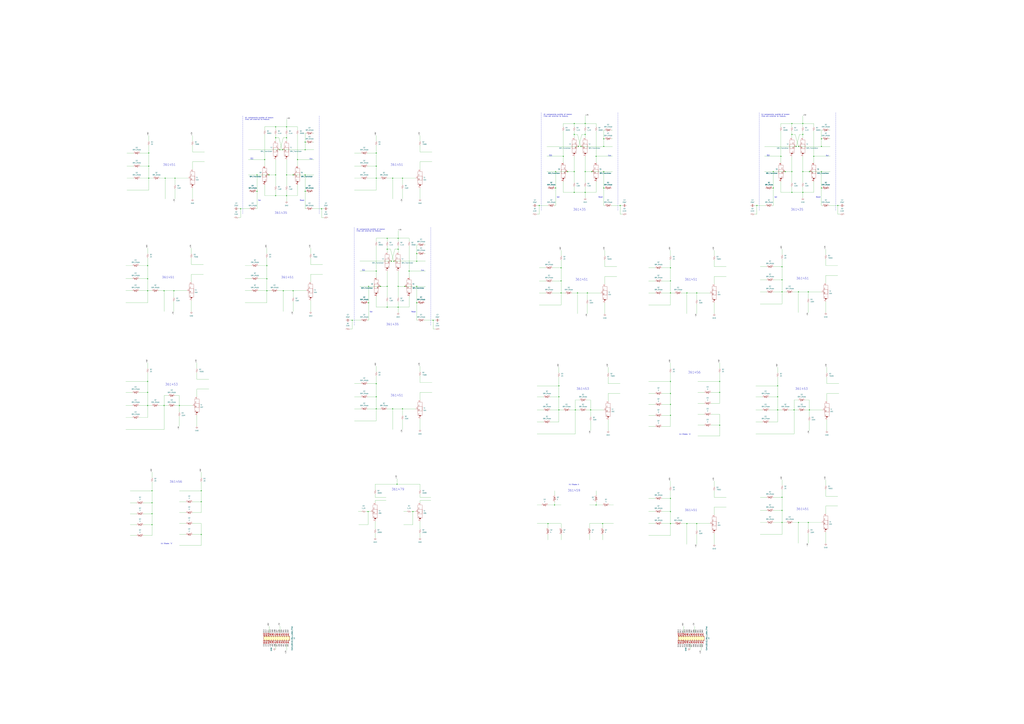
<source format=kicad_sch>
(kicad_sch (version 20211123) (generator eeschema)
  (paper "A0")
  (junction (at 172.72 207.01))
  (junction (at 325.12 173.99))
  (junction (at 176.53 609.6))
  (junction (at 666.75 199.39))
  (junction (at 778.51 608.33))
  (junction (at 455.93 474.98))
  (junction (at 666.75 156.21))
  (junction (at 441.96 332.74))
  (junction (at 908.05 607.06))
  (junction (at 643.89 586.74))
  (junction (at 340.36 337.82))
  (junction (at 455.93 207.01))
  (junction (at 778.51 311.15))
  (junction (at 835.66 455.93))
  (junction (at 778.51 579.12))
  (junction (at 687.07 199.39))
  (junction (at 778.51 594.36))
  (junction (at 927.1 170.18))
  (junction (at 972.82 238.76))
  (junction (at 681.99 340.36))
  (junction (at 953.77 161.29))
  (junction (at 461.01 562.61))
  (junction (at 911.86 199.39))
  (junction (at 666.75 143.51))
  (junction (at 651.51 311.15))
  (junction (at 340.36 203.2))
  (junction (at 922.02 476.25))
  (junction (at 927.1 607.06))
  (junction (at 190.5 337.82))
  (junction (at 176.53 570.23))
  (junction (at 908.05 577.85))
  (junction (at 191.77 207.01))
  (junction (at 701.04 218.44))
  (junction (at 679.45 143.51))
  (junction (at 279.4 242.57))
  (junction (at 354.33 173.99))
  (junction (at 176.53 584.2))
  (junction (at 172.72 177.8))
  (junction (at 332.74 160.02))
  (junction (at 309.88 337.82))
  (junction (at 171.45 337.82))
  (junction (at 436.88 474.98))
  (junction (at 427.355 594.36))
  (junction (at 502.92 372.11))
  (junction (at 648.97 461.01))
  (junction (at 668.02 476.25))
  (junction (at 307.34 185.42))
  (junction (at 233.68 582.93))
  (junction (at 427.99 351.79))
  (junction (at 835.66 443.23))
  (junction (at 953.77 199.39))
  (junction (at 345.44 185.4132))
  (junction (at 320.04 160.02))
  (junction (at 927.1 339.09))
  (junction (at 436.88 314.96))
  (junction (at 436.88 177.8))
  (junction (at 171.45 443.23))
  (junction (at 648.97 476.25))
  (junction (at 467.36 207.01))
  (junction (at 636.27 608.33))
  (junction (at 462.28 276.86))
  (junction (at 462.28 289.56))
  (junction (at 699.77 608.33))
  (junction (at 902.97 448.31))
  (junction (at 208.28 471.17))
  (junction (at 457.2 303.53))
  (junction (at 320.04 227.33))
  (junction (at 172.72 193.04))
  (junction (at 908.05 593.09))
  (junction (at 449.58 276.86))
  (junction (at 924.56 170.18))
  (junction (at 320.04 203.2))
  (junction (at 312.42 203.2))
  (junction (at 692.15 586.74))
  (junction (at 932.18 223.52))
  (junction (at 645.16 218.44))
  (junction (at 897.89 218.44))
  (junction (at 474.98 314.9532))
  (junction (at 201.93 337.82))
  (junction (at 436.88 193.04))
  (junction (at 692.15 181.6032))
  (junction (at 938.53 339.09))
  (junction (at 808.99 608.33))
  (junction (at 659.13 199.39))
  (junction (at 932.18 143.51))
  (junction (at 679.45 223.52))
  (junction (at 674.37 170.18))
  (junction (at 467.36 474.98))
  (junction (at 778.51 469.9))
  (junction (at 171.45 455.93))
  (junction (at 797.56 608.33))
  (junction (at 666.75 223.52))
  (junction (at 944.88 181.6032))
  (junction (at 332.74 203.2))
  (junction (at 701.04 161.29))
  (junction (at 778.51 326.39))
  (junction (at 298.45 203.2))
  (junction (at 469.9 332.74))
  (junction (at 373.38 242.57))
  (junction (at 919.48 143.51))
  (junction (at 939.8 199.39))
  (junction (at 908.05 309.88))
  (junction (at 902.97 476.25))
  (junction (at 171.45 308.61))
  (junction (at 320.04 147.32))
  (junction (at 449.58 332.74))
  (junction (at 919.48 156.21))
  (junction (at 897.89 199.39))
  (junction (at 626.11 238.76))
  (junction (at 953.77 218.44))
  (junction (at 479.425 594.36))
  (junction (at 701.04 199.39))
  (junction (at 190.5 471.17))
  (junction (at 835.66 494.03))
  (junction (at 938.53 607.06))
  (junction (at 176.53 596.9))
  (junction (at 919.48 223.52))
  (junction (at 932.18 199.39))
  (junction (at 454.66 303.53))
  (junction (at 654.05 181.61))
  (junction (at 483.87 303.53))
  (junction (at 483.87 294.64))
  (junction (at 645.16 199.39))
  (junction (at 651.51 340.36))
  (junction (at 436.88 207.01))
  (junction (at 778.51 482.6))
  (junction (at 354.33 165.1))
  (junction (at 203.2 207.01))
  (junction (at 354.33 222.25))
  (junction (at 354.33 203.2))
  (junction (at 408.94 372.11))
  (junction (at 679.45 156.21))
  (junction (at 309.88 323.85))
  (junction (at 939.8 476.25))
  (junction (at 327.66 173.99))
  (junction (at 332.74 227.33))
  (junction (at 932.18 156.21))
  (junction (at 670.56 340.36))
  (junction (at 436.88 461.01))
  (junction (at 462.28 332.74))
  (junction (at 902.97 461.01))
  (junction (at 953.77 170.18))
  (junction (at 701.04 170.18))
  (junction (at 427.99 332.74))
  (junction (at 328.93 337.82))
  (junction (at 483.87 332.74))
  (junction (at 332.74 147.32))
  (junction (at 651.51 326.39))
  (junction (at 908.05 325.12))
  (junction (at 671.83 170.18))
  (junction (at 778.51 443.23))
  (junction (at 233.68 621.03))
  (junction (at 171.45 323.85))
  (junction (at 778.51 457.2))
  (junction (at 679.45 199.39))
  (junction (at 908.05 339.09))
  (junction (at 449.58 356.87))
  (junction (at 778.51 340.36))
  (junction (at 878.84 238.76))
  (junction (at 309.88 308.61))
  (junction (at 720.09 238.76))
  (junction (at 171.45 471.17))
  (junction (at 906.78 181.61))
  (junction (at 919.48 199.39))
  (junction (at 797.56 340.36))
  (junction (at 808.99 340.36))
  (junction (at 462.28 356.87))
  (junction (at 298.45 222.25))
  (junction (at 449.58 289.56))
  (junction (at 648.97 448.31))
  (junction (at 483.87 351.79))
  (junction (at 233.68 570.23))
  (junction (at 436.88 445.77))
  (junction (at 685.8 476.25))
  (wire (pts (xy 908.05 593.09) (xy 897.89 593.09)))
  (wire (pts (xy 208.28 471.17) (xy 223.52 471.17)))
  (wire (pts (xy 648.97 426.72) (xy 648.97 433.07)))
  (wire (pts (xy 172.72 177.8) (xy 162.56 177.8)))
  (wire (pts (xy 332.74 203.2) (xy 332.74 215.9)))
  (wire (pts (xy 354.33 203.2) (xy 364.49 203.2)))
  (wire (pts (xy 487.68 444.5) (xy 501.65 444.5)))
  (wire (pts (xy 810.26 455.93) (xy 817.88 455.93)))
  (wire (pts (xy 668.02 504.19) (xy 623.57 504.19)))
  (wire (pts (xy 797.56 340.36) (xy 808.99 340.36)))
  (wire (pts (xy 709.93 151.13) (xy 711.2 151.13)))
  (wire (pts (xy 932.18 152.4) (xy 932.18 156.21)))
  (wire (pts (xy 897.89 238.76) (xy 896.62 238.76)))
  (wire (pts (xy 908.05 309.88) (xy 897.89 309.88)))
  (wire (pts (xy 668.02 464.82) (xy 668.02 476.25)))
  (wire (pts (xy 877.57 490.22) (xy 885.19 490.22)))
  (wire (pts (xy 147.32 220.98) (xy 172.72 220.98)))
  (wire (pts (xy 147.32 177.8) (xy 154.94 177.8)))
  (wire (pts (xy 835.66 421.64) (xy 835.66 427.99)))
  (wire (pts (xy 797.56 608.33) (xy 808.99 608.33)))
  (wire (pts (xy 679.45 152.4) (xy 679.45 156.21)))
  (wire (pts (xy 958.85 588.01) (xy 972.82 588.01)))
  (wire (pts (xy 328.93 337.82) (xy 340.36 337.82)))
  (wire (pts (xy 151.13 570.23) (xy 176.53 570.23)))
  (wire (pts (xy 654.05 152.4) (xy 654.05 181.61)))
  (wire (pts (xy 692.15 210.82) (xy 692.15 223.52)))
  (wire (pts (xy 927.1 631.19) (xy 927.1 607.06)))
  (wire (pts (xy 146.05 443.23) (xy 171.45 443.23)))
  (wire (pts (xy 778.51 594.36) (xy 778.51 608.33)))
  (wire (pts (xy 654.05 143.51) (xy 666.75 143.51)))
  (wire (pts (xy 679.45 223.52) (xy 679.45 229.87)))
  (wire (pts (xy 654.05 181.61) (xy 654.05 189.23)))
  (wire (pts (xy 455.93 474.98) (xy 467.36 474.98)))
  (wire (pts (xy 702.31 321.31) (xy 716.28 321.31)))
  (wire (pts (xy 457.2 303.53) (xy 483.87 303.53)))
  (wire (pts (xy 345.44 185.4132) (xy 364.49 185.4132)))
  (wire (pts (xy 436.88 276.86) (xy 436.88 280.67)))
  (wire (pts (xy 722.63 248.92) (xy 720.09 248.92)))
  (wire (pts (xy 825.5 468.63) (xy 835.66 468.63)))
  (wire (pts (xy 626.11 238.76) (xy 623.57 238.76)))
  (wire (pts (xy 146.05 485.14) (xy 153.67 485.14)))
  (wire (pts (xy 645.16 199.39) (xy 645.16 218.44)))
  (wire (pts (xy 887.73 170.18) (xy 924.56 170.18)))
  (wire (pts (xy 635 181.61) (xy 654.05 181.61)))
  (wire (pts (xy 919.48 199.39) (xy 919.48 212.09)))
  (wire (pts (xy 436.88 276.86) (xy 449.58 276.86)))
  (wire (pts (xy 753.11 482.6) (xy 760.73 482.6)))
  (wire (pts (xy 882.65 577.85) (xy 890.27 577.85)))
  (wire (pts (xy 340.36 337.82) (xy 355.6 337.82)))
  (wire (pts (xy 692.15 181.6032) (xy 692.15 189.23)))
  (wire (pts (xy 449.58 289.56) (xy 453.39 289.56)))
  (wire (pts (xy 171.45 455.93) (xy 161.29 455.93)))
  (wire (pts (xy 462.28 356.87) (xy 449.58 356.87)))
  (wire (pts (xy 666.75 152.4) (xy 666.75 156.21)))
  (wire (pts (xy 487.68 562.61) (xy 487.68 568.96)))
  (wire (pts (xy 938.53 619.76) (xy 938.53 631.19)))
  (wire (pts (xy 753.11 608.33) (xy 760.73 608.33)))
  (wire (pts (xy 320.04 748.03) (xy 320.04 754.38)))
  (wire (pts (xy 208.28 471.17) (xy 208.28 478.79)))
  (wire (pts (xy 778.51 622.3) (xy 778.51 608.33)))
  (wire (pts (xy 623.57 461.01) (xy 631.19 461.01)))
  (wire (pts (xy 692.15 586.74) (xy 684.53 586.74)))
  (wire (pts (xy 701.04 218.44) (xy 702.31 218.44)))
  (wire (pts (xy 801.37 748.03) (xy 801.37 754.38)))
  (wire (pts (xy 958.85 300.99) (xy 958.85 308.61)))
  (wire (pts (xy 312.42 203.2) (xy 320.04 203.2)))
  (wire (pts (xy 332.74 147.32) (xy 332.74 151.13)))
  (wire (pts (xy 897.89 218.44) (xy 896.62 218.44)))
  (wire (pts (xy 825.5 494.03) (xy 835.66 494.03)))
  (wire (pts (xy 829.31 309.88) (xy 843.28 309.88)))
  (wire (pts (xy 636.27 608.33) (xy 651.51 608.33)))
  (wire (pts (xy 753.11 311.15) (xy 760.73 311.15)))
  (wire (pts (xy 223.52 157.48) (xy 223.52 163.83)))
  (wire (pts (xy 171.45 299.72) (xy 171.45 308.61)))
  (wire (pts (xy 699.77 608.33) (xy 684.53 608.33)))
  (wire (pts (xy 908.05 577.85) (xy 897.89 577.85)))
  (wire (pts (xy 208.28 633.73) (xy 233.68 633.73)))
  (wire (pts (xy 829.31 589.28) (xy 843.28 589.28)))
  (wire (pts (xy 147.32 207.01) (xy 154.94 207.01)))
  (wire (pts (xy 436.88 445.77) (xy 436.88 461.01)))
  (wire (pts (xy 190.5 471.17) (xy 190.5 499.11)))
  (wire (pts (xy 462.28 332.74) (xy 462.28 345.44)))
  (wire (pts (xy 172.72 207.01) (xy 177.8 207.01)))
  (wire (pts (xy 939.8 476.25) (xy 955.04 476.25)))
  (wire (pts (xy 332.74 227.33) (xy 332.74 233.68)))
  (wire (pts (xy 332.74 147.32) (xy 345.44 147.32)))
  (wire (pts (xy 441.96 332.74) (xy 449.58 332.74)))
  (wire (pts (xy 687.07 199.39) (xy 701.04 199.39)))
  (wire (pts (xy 778.51 354.33) (xy 778.51 340.36)))
  (wire (pts (xy 692.15 223.52) (xy 679.45 223.52)))
  (wire (pts (xy 922.02 476.25) (xy 922.02 504.19)))
  (wire (pts (xy 923.29 156.21) (xy 927.1 170.18)))
  (wire (pts (xy 810.26 481.33) (xy 817.88 481.33)))
  (wire (pts (xy 340.36 337.82) (xy 340.36 345.44)))
  (wire (pts (xy 299.72 337.82) (xy 309.88 337.82)))
  (wire (pts (xy 877.57 461.01) (xy 885.19 461.01)))
  (wire (pts (xy 166.37 609.6) (xy 176.53 609.6)))
  (wire (pts (xy 373.38 252.73) (xy 373.38 242.57)))
  (wire (pts (xy 778.51 326.39) (xy 778.51 340.36)))
  (wire (pts (xy 190.5 337.82) (xy 201.93 337.82)))
  (wire (pts (xy 651.51 354.33) (xy 651.51 340.36)))
  (wire (pts (xy 645.16 238.76) (xy 643.89 238.76)))
  (wire (pts (xy 487.68 577.85) (xy 500.38 577.85)))
  (wire (pts (xy 320.04 203.2) (xy 320.04 215.9)))
  (wire (pts (xy 467.36 219.71) (xy 467.36 231.14)))
  (wire (pts (xy 702.31 330.2) (xy 702.31 321.31)))
  (wire (pts (xy 449.58 285.75) (xy 449.58 289.56)))
  (wire (pts (xy 908.05 593.09) (xy 908.05 607.06)))
  (wire (pts (xy 492.76 284.48) (xy 494.03 284.48)))
  (wire (pts (xy 626.11 326.39) (xy 633.73 326.39)))
  (wire (pts (xy 670.56 364.49) (xy 670.56 340.36)))
  (wire (pts (xy 681.99 340.36) (xy 697.23 340.36)))
  (wire (pts (xy 332.74 203.2) (xy 340.36 203.2)))
  (wire (pts (xy 778.51 311.15) (xy 768.35 311.15)))
  (wire (pts (xy 487.68 168.91) (xy 487.68 176.53)))
  (wire (pts (xy 436.88 461.01) (xy 436.88 474.98)))
  (wire (pts (xy 223.52 176.53) (xy 237.49 176.53)))
  (wire (pts (xy 436.88 177.8) (xy 436.88 193.04)))
  (polyline (pts (xy 411.48 264.16) (xy 411.48 378.46)))
  (wire (pts (xy 176.53 570.23) (xy 176.53 584.2)))
  (wire (pts (xy 702.31 351.79) (xy 702.31 364.49)))
  (wire (pts (xy 161.29 485.14) (xy 171.45 485.14)))
  (wire (pts (xy 692.15 143.51) (xy 692.15 147.32)))
  (wire (pts (xy 928.37 156.21) (xy 924.56 170.18)))
  (wire (pts (xy 279.4 252.73) (xy 279.4 242.57)))
  (wire (pts (xy 829.31 577.85) (xy 843.28 577.85)))
  (wire (pts (xy 487.68 455.93) (xy 501.65 455.93)))
  (wire (pts (xy 284.48 308.61) (xy 292.1 308.61)))
  (wire (pts (xy 960.12 426.72) (xy 960.12 433.07)))
  (wire (pts (xy 897.89 199.39) (xy 897.89 218.44)))
  (wire (pts (xy 309.88 351.79) (xy 309.88 337.82)))
  (wire (pts (xy 505.46 382.27) (xy 502.92 382.27)))
  (wire (pts (xy 919.48 223.52) (xy 906.78 223.52)))
  (wire (pts (xy 449.58 276.86) (xy 462.28 276.86)))
  (wire (pts (xy 483.87 303.53) (xy 494.03 303.53)))
  (wire (pts (xy 228.6 440.69) (xy 242.57 440.69)))
  (wire (pts (xy 953.77 218.44) (xy 955.04 218.44)))
  (wire (pts (xy 829.31 302.26) (xy 829.31 309.88)))
  (wire (pts (xy 778.51 443.23) (xy 778.51 433.07)))
  (wire (pts (xy 702.31 290.83) (xy 702.31 297.18)))
  (wire (pts (xy 436.88 157.48) (xy 436.88 163.83)))
  (wire (pts (xy 345.44 156.21) (xy 345.44 185.4132)))
  (wire (pts (xy 679.45 156.21) (xy 675.64 156.21)))
  (wire (pts (xy 228.6 461.01) (xy 228.6 452.12)))
  (wire (pts (xy 778.51 302.26) (xy 778.51 311.15)))
  (wire (pts (xy 279.4 242.57) (xy 289.56 242.57)))
  (wire (pts (xy 648.97 490.22) (xy 648.97 476.25)))
  (wire (pts (xy 487.68 581.66) (xy 500.38 581.66)))
  (wire (pts (xy 309.88 299.72) (xy 309.88 308.61)))
  (wire (pts (xy 810.26 506.73) (xy 835.66 506.73)))
  (wire (pts (xy 829.31 558.8) (xy 829.31 565.15)))
  (wire (pts (xy 332.74 156.21) (xy 332.74 160.02)))
  (wire (pts (xy 975.36 248.92) (xy 972.82 248.92)))
  (wire (pts (xy 172.72 177.8) (xy 172.72 193.04)))
  (wire (pts (xy 487.68 574.04) (xy 487.68 577.85)))
  (wire (pts (xy 919.48 152.4) (xy 919.48 156.21)))
  (wire (pts (xy 453.39 289.56) (xy 457.2 303.53)))
  (wire (pts (xy 919.48 143.51) (xy 932.18 143.51)))
  (wire (pts (xy 176.53 570.23) (xy 176.53 560.07)))
  (wire (pts (xy 208.28 483.87) (xy 208.28 495.3)))
  (wire (pts (xy 906.78 143.51) (xy 919.48 143.51)))
  (wire (pts (xy 360.68 299.72) (xy 360.68 307.34)))
  (wire (pts (xy 411.48 193.04) (xy 419.1 193.04)))
  (wire (pts (xy 679.45 134.62) (xy 679.45 143.51)))
  (wire (pts (xy 363.22 242.57) (xy 373.38 242.57)))
  (wire (pts (xy 958.85 289.56) (xy 958.85 295.91)))
  (wire (pts (xy 927.1 170.18) (xy 953.77 170.18)))
  (wire (pts (xy 288.29 173.99) (xy 325.12 173.99)))
  (wire (pts (xy 298.45 203.2) (xy 312.42 203.2)))
  (wire (pts (xy 626.11 311.15) (xy 633.73 311.15)))
  (wire (pts (xy 932.18 223.52) (xy 932.18 229.87)))
  (wire (pts (xy 685.8 476.25) (xy 701.04 476.25)))
  (wire (pts (xy 309.88 323.85) (xy 299.72 323.85)))
  (wire (pts (xy 462.28 289.56) (xy 462.28 293.37)))
  (wire (pts (xy 436.88 425.45) (xy 436.88 431.8)))
  (wire (pts (xy 679.45 199.39) (xy 687.07 199.39)))
  (wire (pts (xy 778.51 457.2) (xy 778.51 469.9)))
  (wire (pts (xy 934.72 476.25) (xy 939.8 476.25)))
  (wire (pts (xy 411.48 488.95) (xy 436.88 488.95)))
  (wire (pts (xy 702.31 302.26) (xy 702.31 309.88)))
  (wire (pts (xy 477.52 594.36) (xy 479.425 594.36)))
  (wire (pts (xy 906.78 143.51) (xy 906.78 147.32)))
  (wire (pts (xy 171.45 485.14) (xy 171.45 471.17)))
  (wire (pts (xy 636.27 586.74) (xy 643.89 586.74)))
  (wire (pts (xy 171.45 351.79) (xy 171.45 337.82)))
  (wire (pts (xy 835.66 481.33) (xy 835.66 494.03)))
  (wire (pts (xy 191.77 231.14) (xy 191.77 207.01)))
  (wire (pts (xy 810.26 468.63) (xy 817.88 468.63)))
  (wire (pts (xy 922.02 464.82) (xy 922.02 476.25)))
  (wire (pts (xy 411.48 461.01) (xy 419.1 461.01)))
  (wire (pts (xy 474.98 285.75) (xy 474.98 314.9532)))
  (wire (pts (xy 654.05 223.52) (xy 654.05 210.82)))
  (wire (pts (xy 648.97 461.01) (xy 638.81 461.01)))
  (wire (pts (xy 223.52 595.63) (xy 233.68 595.63)))
  (wire (pts (xy 325.12 727.71) (xy 325.12 735.33)))
  (wire (pts (xy 171.45 433.07) (xy 171.45 443.23)))
  (wire (pts (xy 487.68 425.45) (xy 487.68 431.8)))
  (wire (pts (xy 902.97 448.31) (xy 902.97 461.01)))
  (wire (pts (xy 927.1 607.06) (xy 938.53 607.06)))
  (wire (pts (xy 483.87 294.64) (xy 485.14 294.64)))
  (wire (pts (xy 332.74 748.03) (xy 332.74 755.65)))
  (wire (pts (xy 416.56 609.6) (xy 427.355 609.6)))
  (wire (pts (xy 203.2 471.17) (xy 208.28 471.17)))
  (wire (pts (xy 171.45 443.23) (xy 171.45 455.93)))
  (wire (pts (xy 808.99 608.33) (xy 808.99 615.95)))
  (wire (pts (xy 701.04 218.44) (xy 701.04 238.76)))
  (wire (pts (xy 701.04 151.13) (xy 701.04 161.29)))
  (wire (pts (xy 328.93 361.95) (xy 328.93 337.82)))
  (wire (pts (xy 483.87 351.79) (xy 485.14 351.79)))
  (wire (pts (xy 944.88 210.82) (xy 944.88 223.52)))
  (wire (pts (xy 906.78 223.52) (xy 906.78 210.82)))
  (wire (pts (xy 768.35 340.36) (xy 778.51 340.36)))
  (wire (pts (xy 953.77 199.39) (xy 963.93 199.39)))
  (wire (pts (xy 298.45 242.57) (xy 297.18 242.57)))
  (wire (pts (xy 360.68 349.25) (xy 360.68 361.95)))
  (wire (pts (xy 307.34 147.32) (xy 320.04 147.32)))
  (wire (pts (xy 172.72 193.04) (xy 162.56 193.04)))
  (wire (pts (xy 424.815 594.36) (xy 427.355 594.36)))
  (wire (pts (xy 360.68 307.34) (xy 374.65 307.34)))
  (wire (pts (xy 902.97 476.25) (xy 908.05 476.25)))
  (wire (pts (xy 932.18 156.21) (xy 928.37 156.21)))
  (wire (pts (xy 203.2 207.01) (xy 218.44 207.01)))
  (wire (pts (xy 808.99 608.33) (xy 824.23 608.33)))
  (wire (pts (xy 651.51 340.36) (xy 656.59 340.36)))
  (wire (pts (xy 701.04 161.29) (xy 701.04 170.18)))
  (wire (pts (xy 223.52 196.85) (xy 223.52 187.96)))
  (wire (pts (xy 323.85 160.02) (xy 327.66 173.99)))
  (wire (pts (xy 706.12 438.15) (xy 706.12 445.77)))
  (wire (pts (xy 623.57 490.22) (xy 631.19 490.22)))
  (wire (pts (xy 835.66 443.23) (xy 835.66 433.07)))
  (wire (pts (xy 223.52 608.33) (xy 233.68 608.33)))
  (wire (pts (xy 436.88 193.04) (xy 426.72 193.04)))
  (wire (pts (xy 222.25 288.29) (xy 222.25 294.64)))
  (wire (pts (xy 487.68 605.79) (xy 487.68 614.68)))
  (wire (pts (xy 449.58 474.98) (xy 455.93 474.98)))
  (wire (pts (xy 487.68 436.88) (xy 487.68 444.5)))
  (wire (pts (xy 882.65 353.06) (xy 908.05 353.06)))
  (wire (pts (xy 897.89 339.09) (xy 908.05 339.09)))
  (polyline (pts (xy 970.28 130.81) (xy 970.28 245.11)))
  (wire (pts (xy 825.5 481.33) (xy 835.66 481.33)))
  (wire (pts (xy 462.28 314.96) (xy 462.28 332.74)))
  (wire (pts (xy 449.58 350.52) (xy 449.58 356.87)))
  (wire (pts (xy 908.05 568.96) (xy 908.05 577.85)))
  (wire (pts (xy 487.68 584.2) (xy 487.68 581.66)))
  (wire (pts (xy 808.99 340.36) (xy 824.23 340.36)))
  (wire (pts (xy 699.77 586.74) (xy 692.15 586.74)))
  (wire (pts (xy 932.18 181.61) (xy 932.18 199.39)))
  (wire (pts (xy 953.77 238.76) (xy 955.04 238.76)))
  (wire (pts (xy 462.28 267.97) (xy 462.28 276.86)))
  (wire (pts (xy 648.97 438.15) (xy 648.97 448.31)))
  (wire (pts (xy 467.36 207.01) (xy 467.36 214.63)))
  (wire (pts (xy 436.88 436.88) (xy 436.88 445.77)))
  (wire (pts (xy 919.48 217.17) (xy 919.48 223.52)))
  (wire (pts (xy 878.84 248.92) (xy 878.84 238.76)))
  (wire (pts (xy 778.51 311.15) (xy 778.51 326.39)))
  (wire (pts (xy 882.65 593.09) (xy 890.27 593.09)))
  (wire (pts (xy 223.52 187.96) (xy 237.49 187.96)))
  (wire (pts (xy 643.89 570.23) (xy 643.89 575.31)))
  (wire (pts (xy 829.31 321.31) (xy 843.28 321.31)))
  (wire (pts (xy 411.48 474.98) (xy 419.1 474.98)))
  (wire (pts (xy 645.16 199.39) (xy 659.13 199.39)))
  (wire (pts (xy 778.51 579.12) (xy 768.35 579.12)))
  (wire (pts (xy 922.02 504.19) (xy 877.57 504.19)))
  (wire (pts (xy 462.28 276.86) (xy 474.98 276.86)))
  (wire (pts (xy 892.81 490.22) (xy 902.97 490.22)))
  (wire (pts (xy 436.88 285.75) (xy 436.88 314.96)))
  (wire (pts (xy 701.04 151.13) (xy 702.31 151.13)))
  (wire (pts (xy 953.77 199.39) (xy 953.77 218.44)))
  (wire (pts (xy 778.51 608.33) (xy 783.59 608.33)))
  (wire (pts (xy 222.25 318.77) (xy 236.22 318.77)))
  (wire (pts (xy 354.33 165.1) (xy 354.33 173.99)))
  (wire (pts (xy 146.05 308.61) (xy 153.67 308.61)))
  (wire (pts (xy 932.18 199.39) (xy 932.18 212.09)))
  (wire (pts (xy 406.4 382.27) (xy 408.94 382.27)))
  (polyline (pts (xy 628.65 130.81) (xy 628.65 245.11)))
  (wire (pts (xy 449.58 207.01) (xy 455.93 207.01)))
  (wire (pts (xy 161.29 337.82) (xy 171.45 337.82)))
  (wire (pts (xy 753.11 457.2) (xy 760.73 457.2)))
  (wire (pts (xy 835.66 468.63) (xy 835.66 455.93)))
  (wire (pts (xy 208.28 595.63) (xy 215.9 595.63)))
  (wire (pts (xy 455.93 231.14) (xy 455.93 207.01)))
  (wire (pts (xy 345.44 147.32) (xy 345.44 151.13)))
  (wire (pts (xy 436.88 356.87) (xy 436.88 344.17)))
  (wire (pts (xy 411.48 220.98) (xy 436.88 220.98)))
  (wire (pts (xy 778.51 482.6) (xy 778.51 495.3)))
  (wire (pts (xy 469.9 332.74) (xy 483.87 332.74)))
  (wire (pts (xy 939.8 488.95) (xy 939.8 500.38)))
  (wire (pts (xy 208.28 582.93) (xy 215.9 582.93)))
  (wire (pts (xy 648.97 461.01) (xy 648.97 476.25)))
  (wire (pts (xy 768.35 469.9) (xy 778.51 469.9)))
  (polyline (pts (xy 281.94 134.62) (xy 281.94 248.92)))
  (wire (pts (xy 958.85 328.93) (xy 958.85 320.04)))
  (wire (pts (xy 284.48 337.82) (xy 292.1 337.82)))
  (wire (pts (xy 932.18 217.17) (xy 932.18 223.52)))
  (wire (pts (xy 791.21 608.33) (xy 797.56 608.33)))
  (wire (pts (xy 927.1 339.09) (xy 938.53 339.09)))
  (wire (pts (xy 906.78 152.4) (xy 906.78 181.61)))
  (wire (pts (xy 932.18 156.21) (xy 932.18 160.02)))
  (wire (pts (xy 699.77 608.33) (xy 699.77 613.41)))
  (wire (pts (xy 455.93 499.11) (xy 455.93 474.98)))
  (wire (pts (xy 373.38 242.57) (xy 375.92 242.57)))
  (wire (pts (xy 233.68 548.64) (xy 233.68 554.99)))
  (wire (pts (xy 684.53 621.03) (xy 684.53 627.38)))
  (wire (pts (xy 228.6 421.64) (xy 228.6 427.99)))
  (wire (pts (xy 651.51 311.15) (xy 641.35 311.15)))
  (wire (pts (xy 882.65 607.06) (xy 890.27 607.06)))
  (wire (pts (xy 953.77 218.44) (xy 953.77 238.76)))
  (wire (pts (xy 223.52 621.03) (xy 233.68 621.03)))
  (wire (pts (xy 962.66 238.76) (xy 972.82 238.76)))
  (wire (pts (xy 664.21 340.36) (xy 670.56 340.36)))
  (wire (pts (xy 467.36 207.01) (xy 482.6 207.01)))
  (wire (pts (xy 354.33 154.94) (xy 354.33 165.1)))
  (wire (pts (xy 651.51 302.26) (xy 651.51 311.15)))
  (wire (pts (xy 474.98 314.9532) (xy 474.98 322.58)))
  (wire (pts (xy 435.61 584.2) (xy 435.61 581.66)))
  (wire (pts (xy 360.68 327.66) (xy 360.68 318.77)))
  (wire (pts (xy 411.48 177.8) (xy 419.1 177.8)))
  (wire (pts (xy 897.89 199.39) (xy 911.86 199.39)))
  (wire (pts (xy 960.12 445.77) (xy 974.09 445.77)))
  (wire (pts (xy 222.25 349.25) (xy 222.25 361.95)))
  (wire (pts (xy 778.51 290.83) (xy 778.51 297.18)))
  (wire (pts (xy 474.98 344.17) (xy 474.98 356.87)))
  (wire (pts (xy 938.53 607.06) (xy 938.53 614.68)))
  (wire (pts (xy 939.8 476.25) (xy 939.8 464.82)))
  (wire (pts (xy 417.83 314.96) (xy 436.88 314.96)))
  (wire (pts (xy 455.93 207.01) (xy 467.36 207.01)))
  (wire (pts (xy 908.05 557.53) (xy 908.05 563.88)))
  (wire (pts (xy 222.25 299.72) (xy 222.25 307.34)))
  (wire (pts (xy 435.61 605.79) (xy 435.61 614.68)))
  (wire (pts (xy 354.33 165.1) (xy 355.6 165.1)))
  (wire (pts (xy 435.61 577.85) (xy 448.31 577.85)))
  (wire (pts (xy 345.44 214.63) (xy 345.44 227.33)))
  (wire (pts (xy 877.57 476.25) (xy 885.19 476.25)))
  (wire (pts (xy 887.73 181.61) (xy 906.78 181.61)))
  (wire (pts (xy 643.89 582.93) (xy 643.89 586.74)))
  (wire (pts (xy 483.87 284.48) (xy 485.14 284.48)))
  (wire (pts (xy 944.88 152.4) (xy 944.88 181.6032)))
  (wire (pts (xy 284.48 323.85) (xy 292.1 323.85)))
  (wire (pts (xy 684.53 613.41) (xy 684.53 608.33)))
  (wire (pts (xy 171.45 471.17) (xy 161.29 471.17)))
  (polyline (pts (xy 500.38 264.16) (xy 500.38 378.46)))
  (wire (pts (xy 171.45 455.93) (xy 171.45 471.17)))
  (wire (pts (xy 171.45 323.85) (xy 161.29 323.85)))
  (wire (pts (xy 436.88 193.04) (xy 436.88 207.01)))
  (wire (pts (xy 778.51 443.23) (xy 778.51 457.2)))
  (wire (pts (xy 467.36 474.98) (xy 482.6 474.98)))
  (wire (pts (xy 897.89 607.06) (xy 908.05 607.06)))
  (wire (pts (xy 363.22 165.1) (xy 364.49 165.1)))
  (wire (pts (xy 171.45 337.82) (xy 176.53 337.82)))
  (wire (pts (xy 223.52 218.44) (xy 223.52 231.14)))
  (wire (pts (xy 479.425 594.36) (xy 482.6 594.36)))
  (wire (pts (xy 753.11 354.33) (xy 778.51 354.33)))
  (wire (pts (xy 427.99 351.79) (xy 427.99 372.11)))
  (wire (pts (xy 685.8 464.82) (xy 680.72 464.82)))
  (wire (pts (xy 307.34 147.32) (xy 307.34 151.13)))
  (polyline (pts (xy 370.84 134.62) (xy 370.84 248.92)))
  (wire (pts (xy 635 199.39) (xy 645.16 199.39)))
  (wire (pts (xy 623.57 586.74) (xy 628.65 586.74)))
  (wire (pts (xy 709.93 161.29) (xy 711.2 161.29)))
  (wire (pts (xy 436.88 207.01) (xy 441.96 207.01)))
  (wire (pts (xy 172.72 193.04) (xy 172.72 207.01)))
  (wire (pts (xy 706.12 426.72) (xy 706.12 433.07)))
  (wire (pts (xy 415.925 594.36) (xy 419.735 594.36)))
  (wire (pts (xy 638.81 490.22) (xy 648.97 490.22)))
  (wire (pts (xy 939.8 199.39) (xy 953.77 199.39)))
  (wire (pts (xy 427.355 609.6) (xy 427.355 594.36)))
  (wire (pts (xy 151.13 609.6) (xy 158.75 609.6)))
  (wire (pts (xy 919.48 156.21) (xy 923.29 156.21)))
  (wire (pts (xy 958.85 350.52) (xy 958.85 363.22)))
  (wire (pts (xy 692.15 570.23) (xy 692.15 575.31)))
  (wire (pts (xy 829.31 330.2) (xy 829.31 321.31)))
  (wire (pts (xy 467.36 487.68) (xy 467.36 499.11)))
  (wire (pts (xy 147.32 193.04) (xy 154.94 193.04)))
  (wire (pts (xy 427.99 351.79) (xy 426.72 351.79)))
  (wire (pts (xy 146.05 471.17) (xy 153.67 471.17)))
  (wire (pts (xy 645.16 218.44) (xy 643.89 218.44)))
  (wire (pts (xy 436.88 445.77) (xy 426.72 445.77)))
  (wire (pts (xy 829.31 290.83) (xy 829.31 297.18)))
  (wire (pts (xy 276.86 252.73) (xy 279.4 252.73)))
  (wire (pts (xy 483.87 372.11) (xy 485.14 372.11)))
  (wire (pts (xy 878.84 238.76) (xy 876.3 238.76)))
  (wire (pts (xy 908.05 309.88) (xy 908.05 325.12)))
  (wire (pts (xy 417.83 332.74) (xy 427.99 332.74)))
  (wire (pts (xy 626.11 354.33) (xy 651.51 354.33)))
  (wire (pts (xy 648.97 476.25) (xy 654.05 476.25)))
  (wire (pts (xy 666.75 217.17) (xy 666.75 223.52)))
  (wire (pts (xy 162.56 207.01) (xy 172.72 207.01)))
  (wire (pts (xy 641.35 340.36) (xy 651.51 340.36)))
  (wire (pts (xy 479.425 609.6) (xy 479.425 594.36)))
  (wire (pts (xy 309.88 288.29) (xy 309.88 294.64)))
  (wire (pts (xy 938.53 607.06) (xy 953.77 607.06)))
  (wire (pts (xy 701.04 161.29) (xy 702.31 161.29)))
  (wire (pts (xy 877.57 448.31) (xy 902.97 448.31)))
  (wire (pts (xy 436.88 177.8) (xy 426.72 177.8)))
  (wire (pts (xy 720.09 238.76) (xy 722.63 238.76)))
  (wire (pts (xy 958.85 308.61) (xy 972.82 308.61)))
  (wire (pts (xy 680.72 476.25) (xy 685.8 476.25)))
  (wire (pts (xy 176.53 596.9) (xy 176.53 609.6)))
  (wire (pts (xy 483.87 332.74) (xy 483.87 351.79)))
  (wire (pts (xy 360.68 318.77) (xy 374.65 318.77)))
  (wire (pts (xy 166.37 584.2) (xy 176.53 584.2)))
  (wire (pts (xy 435.61 574.04) (xy 435.61 577.85)))
  (wire (pts (xy 228.6 452.12) (xy 242.57 452.12)))
  (wire (pts (xy 623.57 608.33) (xy 636.27 608.33)))
  (wire (pts (xy 681.99 340.36) (xy 681.99 347.98)))
  (wire (pts (xy 208.28 608.33) (xy 215.9 608.33)))
  (wire (pts (xy 679.45 217.17) (xy 679.45 223.52)))
  (wire (pts (xy 829.31 351.79) (xy 829.31 364.49)))
  (wire (pts (xy 408.94 372.11) (xy 406.4 372.11)))
  (wire (pts (xy 960.12 438.15) (xy 960.12 445.77)))
  (wire (pts (xy 666.75 223.52) (xy 654.05 223.52)))
  (wire (pts (xy 435.61 568.96) (xy 435.61 562.61)))
  (wire (pts (xy 661.67 476.25) (xy 668.02 476.25)))
  (wire (pts (xy 166.37 596.9) (xy 176.53 596.9)))
  (wire (pts (xy 953.77 170.18) (xy 963.93 170.18)))
  (wire (pts (xy 645.16 218.44) (xy 645.16 238.76)))
  (wire (pts (xy 829.31 570.23) (xy 829.31 577.85)))
  (wire (pts (xy 502.92 382.27) (xy 502.92 372.11)))
  (wire (pts (xy 902.97 476.25) (xy 892.81 476.25)))
  (wire (pts (xy 643.89 586.74) (xy 651.51 586.74)))
  (wire (pts (xy 791.21 340.36) (xy 797.56 340.36)))
  (wire (pts (xy 483.87 284.48) (xy 483.87 294.64)))
  (wire (pts (xy 502.92 372.11) (xy 505.46 372.11)))
  (wire (pts (xy 753.11 594.36) (xy 760.73 594.36)))
  (wire (pts (xy 345.44 185.4132) (xy 345.44 193.04)))
  (wire (pts (xy 332.74 227.33) (xy 320.04 227.33)))
  (wire (pts (xy 487.68 218.44) (xy 487.68 231.14)))
  (wire (pts (xy 753.11 326.39) (xy 760.73 326.39)))
  (wire (pts (xy 176.53 584.2) (xy 176.53 596.9)))
  (wire (pts (xy 176.53 609.6) (xy 176.53 622.3)))
  (wire (pts (xy 701.04 170.18) (xy 711.2 170.18)))
  (wire (pts (xy 960.12 457.2) (xy 974.09 457.2)))
  (wire (pts (xy 436.88 474.98) (xy 441.96 474.98)))
  (wire (pts (xy 706.12 457.2) (xy 720.09 457.2)))
  (wire (pts (xy 944.88 181.6032) (xy 963.93 181.6032)))
  (wire (pts (xy 201.93 350.52) (xy 201.93 361.95)))
  (wire (pts (xy 172.72 220.98) (xy 172.72 207.01)))
  (wire (pts (xy 171.45 471.17) (xy 176.53 471.17)))
  (wire (pts (xy 320.04 160.02) (xy 323.85 160.02)))
  (wire (pts (xy 778.51 558.8) (xy 778.51 565.15)))
  (wire (pts (xy 233.68 608.33) (xy 233.68 621.03)))
  (wire (pts (xy 797.56 364.49) (xy 797.56 340.36)))
  (wire (pts (xy 279.4 242.57) (xy 276.86 242.57)))
  (wire (pts (xy 449.58 356.87) (xy 436.88 356.87)))
  (wire (pts (xy 327.66 173.99) (xy 354.33 173.99)))
  (wire (pts (xy 332.74 160.02) (xy 328.93 160.02)))
  (wire (pts (xy 919.48 199.39) (xy 919.48 181.61)))
  (wire (pts (xy 707.39 586.74) (xy 712.47 586.74)))
  (wire (pts (xy 146.05 337.82) (xy 153.67 337.82)))
  (wire (pts (xy 462.28 289.56) (xy 458.47 289.56)))
  (wire (pts (xy 307.34 156.21) (xy 307.34 185.42)))
  (wire (pts (xy 151.13 584.2) (xy 158.75 584.2)))
  (wire (pts (xy 651.51 326.39) (xy 651.51 340.36)))
  (wire (pts (xy 427.99 372.11) (xy 426.72 372.11)))
  (wire (pts (xy 298.45 203.2) (xy 298.45 222.25)))
  (wire (pts (xy 953.77 161.29) (xy 955.04 161.29)))
  (wire (pts (xy 692.15 152.4) (xy 692.15 181.6032)))
  (polyline (pts (xy 881.38 130.81) (xy 881.38 245.11)))
  (wire (pts (xy 172.72 168.91) (xy 172.72 177.8)))
  (wire (pts (xy 932.18 143.51) (xy 944.88 143.51)))
  (wire (pts (xy 436.88 461.01) (xy 426.72 461.01)))
  (wire (pts (xy 436.88 220.98) (xy 436.88 207.01)))
  (wire (pts (xy 814.07 748.03) (xy 814.07 755.65)))
  (wire (pts (xy 171.45 308.61) (xy 161.29 308.61)))
  (wire (pts (xy 201.93 337.82) (xy 217.17 337.82)))
  (wire (pts (xy 878.84 238.76) (xy 889 238.76)))
  (wire (pts (xy 171.45 421.64) (xy 171.45 427.99)))
  (wire (pts (xy 919.48 156.21) (xy 919.48 160.02)))
  (wire (pts (xy 706.12 445.77) (xy 720.09 445.77)))
  (wire (pts (xy 233.68 595.63) (xy 233.68 582.93)))
  (wire (pts (xy 679.45 143.51) (xy 692.15 143.51)))
  (wire (pts (xy 411.48 207.01) (xy 419.1 207.01)))
  (wire (pts (xy 679.45 156.21) (xy 679.45 160.02)))
  (wire (pts (xy 915.67 476.25) (xy 922.02 476.25)))
  (wire (pts (xy 146.05 323.85) (xy 153.67 323.85)))
  (wire (pts (xy 626.11 238.76) (xy 636.27 238.76)))
  (wire (pts (xy 681.99 353.06) (xy 681.99 364.49)))
  (wire (pts (xy 190.5 361.95) (xy 190.5 337.82)))
  (wire (pts (xy 487.68 176.53) (xy 501.65 176.53)))
  (wire (pts (xy 673.1 464.82) (xy 668.02 464.82)))
  (wire (pts (xy 408.94 372.11) (xy 419.1 372.11)))
  (wire (pts (xy 685.8 476.25) (xy 685.8 483.87)))
  (wire (pts (xy 939.8 464.82) (xy 934.72 464.82)))
  (wire (pts (xy 679.45 199.39) (xy 679.45 212.09)))
  (wire (pts (xy 492.76 294.64) (xy 494.03 294.64)))
  (wire (pts (xy 932.18 134.62) (xy 932.18 143.51)))
  (wire (pts (xy 468.63 609.6) (xy 479.425 609.6)))
  (wire (pts (xy 320.04 227.33) (xy 307.34 227.33)))
  (polyline (pts (xy 717.55 130.81) (xy 717.55 245.11)))
  (wire (pts (xy 666.75 143.51) (xy 679.45 143.51)))
  (wire (pts (xy 666.75 156.21) (xy 670.56 156.21)))
  (wire (pts (xy 195.58 459.74) (xy 190.5 459.74)))
  (wire (pts (xy 312.42 727.71) (xy 312.42 735.33)))
  (wire (pts (xy 436.88 168.91) (xy 436.88 177.8)))
  (wire (pts (xy 938.53 339.09) (xy 938.53 346.71)))
  (wire (pts (xy 679.45 143.51) (xy 679.45 147.32)))
  (wire (pts (xy 190.5 499.11) (xy 146.05 499.11)))
  (wire (pts (xy 487.68 157.48) (xy 487.68 163.83)))
  (wire (pts (xy 223.52 582.93) (xy 233.68 582.93)))
  (wire (pts (xy 427.99 332.74) (xy 427.99 351.79)))
  (wire (pts (xy 882.65 325.12) (xy 890.27 325.12)))
  (wire (pts (xy 882.65 339.09) (xy 890.27 339.09)))
  (wire (pts (xy 651.51 290.83) (xy 651.51 297.18)))
  (wire (pts (xy 462.28 356.87) (xy 462.28 363.22)))
  (wire (pts (xy 808.99 353.06) (xy 808.99 364.49)))
  (wire (pts (xy 778.51 421.64) (xy 778.51 427.99)))
  (wire (pts (xy 309.88 337.82) (xy 314.96 337.82)))
  (wire (pts (xy 753.11 622.3) (xy 778.51 622.3)))
  (wire (pts (xy 960.12 487.68) (xy 960.12 500.38)))
  (wire (pts (xy 320.04 160.02) (xy 320.04 163.83)))
  (wire (pts (xy 449.58 332.74) (xy 449.58 314.96)))
  (wire (pts (xy 679.45 223.52) (xy 666.75 223.52)))
  (wire (pts (xy 408.94 382.27) (xy 408.94 372.11)))
  (wire (pts (xy 712.47 608.33) (xy 699.77 608.33)))
  (wire (pts (xy 354.33 203.2) (xy 354.33 222.25)))
  (wire (pts (xy 651.51 326.39) (xy 641.35 326.39)))
  (wire (pts (xy 298.45 222.25) (xy 298.45 242.57)))
  (wire (pts (xy 768.35 457.2) (xy 778.51 457.2)))
  (wire (pts (xy 679.45 181.61) (xy 679.45 199.39)))
  (wire (pts (xy 340.36 203.2) (xy 354.33 203.2)))
  (wire (pts (xy 320.04 156.21) (xy 320.04 160.02)))
  (wire (pts (xy 184.15 471.17) (xy 190.5 471.17)))
  (wire (pts (xy 666.75 199.39) (xy 666.75 181.61)))
  (wire (pts (xy 793.75 727.71) (xy 793.75 735.33)))
  (wire (pts (xy 768.35 608.33) (xy 778.51 608.33)))
  (wire (pts (xy 411.48 445.77) (xy 419.1 445.77)))
  (wire (pts (xy 882.65 309.88) (xy 890.27 309.88)))
  (wire (pts (xy 222.25 327.66) (xy 222.25 318.77)))
  (wire (pts (xy 685.8 476.25) (xy 685.8 464.82)))
  (wire (pts (xy 651.51 621.03) (xy 651.51 627.38)))
  (wire (pts (xy 902.97 490.22) (xy 902.97 476.25)))
  (wire (pts (xy 483.87 351.79) (xy 483.87 372.11)))
  (wire (pts (xy 171.45 323.85) (xy 171.45 337.82)))
  (wire (pts (xy 674.37 170.18) (xy 701.04 170.18)))
  (wire (pts (xy 307.34 185.42) (xy 307.34 193.04)))
  (wire (pts (xy 233.68 582.93) (xy 233.68 570.23)))
  (wire (pts (xy 483.87 294.64) (xy 483.87 303.53)))
  (wire (pts (xy 426.72 207.01) (xy 436.88 207.01)))
  (wire (pts (xy 354.33 154.94) (xy 355.6 154.94)))
  (wire (pts (xy 778.51 326.39) (xy 768.35 326.39)))
  (wire (pts (xy 701.04 199.39) (xy 711.2 199.39)))
  (wire (pts (xy 768.35 482.6) (xy 778.51 482.6)))
  (wire (pts (xy 623.57 448.31) (xy 648.97 448.31)))
  (wire (pts (xy 906.78 181.61) (xy 906.78 189.23)))
  (wire (pts (xy 706.12 487.68) (xy 706.12 500.38)))
  (wire (pts (xy 768.35 495.3) (xy 778.51 495.3)))
  (wire (pts (xy 146.05 351.79) (xy 171.45 351.79)))
  (wire (pts (xy 810.26 443.23) (xy 835.66 443.23)))
  (wire (pts (xy 939.8 476.25) (xy 939.8 483.87)))
  (wire (pts (xy 972.82 248.92) (xy 972.82 238.76)))
  (wire (pts (xy 354.33 173.99) (xy 364.49 173.99)))
  (wire (pts (xy 487.68 187.96) (xy 501.65 187.96)))
  (wire (pts (xy 436.88 314.96) (xy 436.88 322.58)))
  (wire (pts (xy 685.8 488.95) (xy 685.8 500.38)))
  (wire (pts (xy 203.2 219.71) (xy 203.2 231.14)))
  (wire (pts (xy 692.15 582.93) (xy 692.15 586.74)))
  (wire (pts (xy 701.04 199.39) (xy 701.04 218.44)))
  (wire (pts (xy 354.33 222.25) (xy 354.33 242.57)))
  (wire (pts (xy 635 170.18) (xy 671.83 170.18)))
  (wire (pts (xy 449.58 276.86) (xy 449.58 280.67)))
  (wire (pts (xy 233.68 633.73) (xy 233.68 621.03)))
  (wire (pts (xy 487.68 196.85) (xy 487.68 187.96)))
  (wire (pts (xy 208.28 471.17) (xy 208.28 459.74)))
  (wire (pts (xy 623.57 476.25) (xy 631.19 476.25)))
  (wire (pts (xy 829.31 598.17) (xy 829.31 589.28)))
  (wire (pts (xy 651.51 311.15) (xy 651.51 326.39)))
  (wire (pts (xy 288.29 185.42) (xy 307.34 185.42)))
  (wire (pts (xy 449.58 289.56) (xy 449.58 293.37)))
  (wire (pts (xy 309.88 308.61) (xy 309.88 323.85)))
  (wire (pts (xy 171.45 308.61) (xy 171.45 323.85)))
  (wire (pts (xy 670.56 156.21) (xy 674.37 170.18)))
  (wire (pts (xy 354.33 242.57) (xy 355.6 242.57)))
  (wire (pts (xy 958.85 320.04) (xy 972.82 320.04)))
  (wire (pts (xy 699.77 621.03) (xy 699.77 627.38)))
  (wire (pts (xy 332.74 138.43) (xy 332.74 147.32)))
  (wire (pts (xy 166.37 622.3) (xy 176.53 622.3)))
  (wire (pts (xy 897.89 218.44) (xy 897.89 238.76)))
  (wire (pts (xy 320.04 220.98) (xy 320.04 227.33)))
  (wire (pts (xy 185.42 207.01) (xy 191.77 207.01)))
  (wire (pts (xy 778.51 570.23) (xy 778.51 579.12)))
  (wire (pts (xy 309.88 323.85) (xy 309.88 337.82)))
  (wire (pts (xy 332.74 220.98) (xy 332.74 227.33)))
  (wire (pts (xy 636.27 621.03) (xy 636.27 627.38)))
  (wire (pts (xy 190.5 459.74) (xy 190.5 471.17)))
  (wire (pts (xy 753.11 340.36) (xy 760.73 340.36)))
  (wire (pts (xy 702.31 309.88) (xy 716.28 309.88)))
  (wire (pts (xy 778.51 469.9) (xy 778.51 482.6)))
  (wire (pts (xy 492.76 372.11) (xy 502.92 372.11)))
  (wire (pts (xy 876.3 248.92) (xy 878.84 248.92)))
  (wire (pts (xy 666.75 199.39) (xy 666.75 212.09)))
  (wire (pts (xy 938.53 339.09) (xy 953.77 339.09)))
  (wire (pts (xy 810.26 494.03) (xy 817.88 494.03)))
  (wire (pts (xy 320.04 203.2) (xy 320.04 185.42)))
  (wire (pts (xy 623.57 248.92) (xy 626.11 248.92)))
  (wire (pts (xy 487.68 619.76) (xy 487.68 624.84)))
  (wire (pts (xy 146.05 455.93) (xy 153.67 455.93)))
  (wire (pts (xy 307.34 227.33) (xy 307.34 214.63)))
  (wire (pts (xy 675.64 156.21) (xy 671.83 170.18)))
  (wire (pts (xy 911.86 199.39) (xy 919.48 199.39)))
  (wire (pts (xy 944.88 143.51) (xy 944.88 147.32)))
  (wire (pts (xy 908.05 353.06) (xy 908.05 339.09)))
  (wire (pts (xy 902.97 426.72) (xy 902.97 433.07)))
  (wire (pts (xy 958.85 576.58) (xy 972.82 576.58)))
  (wire (pts (xy 462.28 332.74) (xy 469.9 332.74)))
  (wire (pts (xy 908.05 621.03) (xy 908.05 607.06)))
  (wire (pts (xy 427.355 594.36) (xy 430.53 594.36)))
  (wire (pts (xy 483.87 332.74) (xy 494.03 332.74)))
  (wire (pts (xy 932.18 199.39) (xy 939.8 199.39)))
  (wire (pts (xy 462.28 350.52) (xy 462.28 356.87)))
  (wire (pts (xy 651.51 613.41) (xy 651.51 608.33)))
  (wire (pts (xy 208.28 621.03) (xy 215.9 621.03)))
  (wire (pts (xy 972.82 238.76) (xy 975.36 238.76)))
  (wire (pts (xy 835.66 455.93) (xy 835.66 443.23)))
  (wire (pts (xy 474.98 314.9532) (xy 494.03 314.9532)))
  (wire (pts (xy 461.01 556.26) (xy 461.01 562.61)))
  (wire (pts (xy 953.77 151.13) (xy 955.04 151.13)))
  (wire (pts (xy 203.2 207.01) (xy 203.2 214.63)))
  (wire (pts (xy 753.11 443.23) (xy 778.51 443.23)))
  (wire (pts (xy 908.05 300.99) (xy 908.05 309.88)))
  (wire (pts (xy 927.1 464.82) (xy 922.02 464.82)))
  (wire (pts (xy 960.12 466.09) (xy 960.12 457.2)))
  (wire (pts (xy 228.6 482.6) (xy 228.6 495.3)))
  (wire (pts (xy 191.77 207.01) (xy 203.2 207.01)))
  (wire (pts (xy 184.15 337.82) (xy 190.5 337.82)))
  (wire (pts (xy 375.92 252.73) (xy 373.38 252.73)))
  (wire (pts (xy 902.97 438.15) (xy 902.97 448.31)))
  (wire (pts (xy 360.68 288.29) (xy 360.68 294.64)))
  (wire (pts (xy 345.44 227.33) (xy 332.74 227.33)))
  (wire (pts (xy 835.66 506.73) (xy 835.66 494.03)))
  (wire (pts (xy 467.36 474.98) (xy 467.36 482.6)))
  (wire (pts (xy 958.85 618.49) (xy 958.85 631.19)))
  (wire (pts (xy 462.28 276.86) (xy 462.28 280.67)))
  (wire (pts (xy 778.51 579.12) (xy 778.51 594.36)))
  (wire (pts (xy 902.97 461.01) (xy 892.81 461.01)))
  (wire (pts (xy 887.73 199.39) (xy 897.89 199.39)))
  (wire (pts (xy 228.6 433.07) (xy 228.6 440.69)))
  (wire (pts (xy 927.1 363.22) (xy 927.1 339.09)))
  (wire (pts (xy 938.53 351.79) (xy 938.53 363.22)))
  (wire (pts (xy 233.68 570.23) (xy 233.68 560.07)))
  (wire (pts (xy 298.45 222.25) (xy 297.18 222.25)))
  (wire (pts (xy 435.61 562.61) (xy 461.01 562.61)))
  (wire (pts (xy 668.02 476.25) (xy 673.1 476.25)))
  (wire (pts (xy 670.56 340.36) (xy 681.99 340.36)))
  (wire (pts (xy 919.48 143.51) (xy 919.48 147.32)))
  (wire (pts (xy 449.58 332.74) (xy 449.58 345.44)))
  (wire (pts (xy 908.05 607.06) (xy 913.13 607.06)))
  (wire (pts (xy 626.11 340.36) (xy 633.73 340.36)))
  (wire (pts (xy 944.88 223.52) (xy 932.18 223.52)))
  (wire (pts (xy 151.13 596.9) (xy 158.75 596.9)))
  (wire (pts (xy 363.22 154.94) (xy 364.49 154.94)))
  (wire (pts (xy 320.04 147.32) (xy 332.74 147.32)))
  (wire (pts (xy 668.02 476.25) (xy 668.02 504.19)))
  (wire (pts (xy 908.05 577.85) (xy 908.05 593.09)))
  (wire (pts (xy 706.12 466.09) (xy 706.12 457.2)))
  (wire (pts (xy 636.27 608.33) (xy 636.27 613.41)))
  (wire (pts (xy 902.97 461.01) (xy 902.97 476.25)))
  (wire (pts (xy 958.85 596.9) (xy 958.85 588.01)))
  (wire (pts (xy 829.31 619.76) (xy 829.31 632.46)))
  (wire (pts (xy 778.51 594.36) (xy 768.35 594.36)))
  (wire (pts (xy 208.28 459.74) (xy 203.2 459.74)))
  (wire (pts (xy 474.98 356.87) (xy 462.28 356.87)))
  (wire (pts (xy 958.85 568.96) (xy 958.85 576.58)))
  (wire (pts (xy 962.66 151.13) (xy 963.93 151.13)))
  (wire (pts (xy 654.05 143.51) (xy 654.05 147.32)))
  (wire (pts (xy 808.99 340.36) (xy 808.99 347.98)))
  (wire (pts (xy 808.99 621.03) (xy 808.99 632.46)))
  (wire (pts (xy 435.61 581.66) (xy 448.31 581.66)))
  (wire (pts (xy 666.75 156.21) (xy 666.75 160.02)))
  (wire (pts (xy 487.68 486.41) (xy 487.68 499.11)))
  (wire (pts (xy 908.05 325.12) (xy 897.89 325.12)))
  (wire (pts (xy 151.13 622.3) (xy 158.75 622.3)))
  (wire (pts (xy 458.47 289.56) (xy 454.66 303.53)))
  (wire (pts (xy 332.74 185.42) (xy 332.74 203.2)))
  (wire (pts (xy 626.11 248.92) (xy 626.11 238.76)))
  (wire (pts (xy 435.61 624.84) (xy 435.61 619.76)))
  (wire (pts (xy 753.11 495.3) (xy 760.73 495.3)))
  (wire (pts (xy 487.68 464.82) (xy 487.68 455.93)))
  (wire (pts (xy 223.52 168.91) (xy 223.52 176.53)))
  (wire (pts (xy 778.51 340.36) (xy 783.59 340.36)))
  (wire (pts (xy 825.5 455.93) (xy 835.66 455.93)))
  (wire (pts (xy 427.99 332.74) (xy 441.96 332.74)))
  (wire (pts (xy 320.04 147.32) (xy 320.04 151.13)))
  (wire (pts (xy 332.74 160.02) (xy 332.74 163.83)))
  (wire (pts (xy 426.72 474.98) (xy 436.88 474.98)))
  (wire (pts (xy 648.97 476.25) (xy 638.81 476.25)))
  (wire (pts (xy 474.98 276.86) (xy 474.98 280.67)))
  (wire (pts (xy 908.05 289.56) (xy 908.05 295.91)))
  (wire (pts (xy 944.88 181.6032) (xy 944.88 189.23)))
  (wire (pts (xy 908.05 325.12) (xy 908.05 339.09)))
  (wire (pts (xy 920.75 607.06) (xy 927.1 607.06)))
  (wire (pts (xy 288.29 203.2) (xy 298.45 203.2)))
  (wire (pts (xy 468.63 594.36) (xy 472.44 594.36)))
  (wire (pts (xy 958.85 557.53) (xy 958.85 563.88)))
  (wire (pts (xy 354.33 222.25) (xy 355.6 222.25)))
  (wire (pts (xy 284.48 351.79) (xy 309.88 351.79)))
  (wire (pts (xy 806.45 727.71) (xy 806.45 735.33)))
  (wire (pts (xy 172.72 157.48) (xy 172.72 163.83)))
  (wire (pts (xy 666.75 143.51) (xy 666.75 147.32)))
  (wire (pts (xy 692.15 181.6032) (xy 711.2 181.6032)))
  (wire (pts (xy 797.56 632.46) (xy 797.56 608.33)))
  (wire (pts (xy 953.77 151.13) (xy 953.77 161.29)))
  (wire (pts (xy 648.97 448.31) (xy 648.97 461.01)))
  (wire (pts (xy 882.65 621.03) (xy 908.05 621.03)))
  (wire (pts (xy 709.93 238.76) (xy 720.09 238.76)))
  (wire (pts (xy 932.18 143.51) (xy 932.18 147.32)))
  (wire (pts (xy 753.11 469.9) (xy 760.73 469.9)))
  (wire (pts (xy 953.77 161.29) (xy 953.77 170.18)))
  (wire (pts (xy 176.53 548.64) (xy 176.53 554.99)))
  (wire (pts (xy 190.5 471.17) (xy 195.58 471.17)))
  (wire (pts (xy 222.25 307.34) (xy 236.22 307.34)))
  (wire (pts (xy 322.58 337.82) (xy 328.93 337.82)))
  (wire (pts (xy 659.13 199.39) (xy 666.75 199.39)))
  (wire (pts (xy 462.28 285.75) (xy 462.28 289.56)))
  (wire (pts (xy 208.28 570.23) (xy 233.68 570.23)))
  (wire (pts (xy 340.36 350.52) (xy 340.36 361.95)))
  (wire (pts (xy 701.04 238.76) (xy 702.31 238.76)))
  (wire (pts (xy 461.01 562.61) (xy 487.68 562.61)))
  (wire (pts (xy 753.11 579.12) (xy 760.73 579.12)))
  (wire (pts (xy 436.88 488.95) (xy 436.88 474.98)))
  (wire (pts (xy 920.75 339.09) (xy 927.1 339.09)))
  (wire (pts (xy 171.45 288.29) (xy 171.45 294.64)))
  (wire (pts (xy 932.18 223.52) (xy 919.48 223.52)))
  (wire (pts (xy 309.88 308.61) (xy 299.72 308.61)))
  (wire (pts (xy 201.93 337.82) (xy 201.93 345.44)))
  (wire (pts (xy 908.05 339.09) (xy 913.13 339.09)))
  (wire (pts (xy 962.66 161.29) (xy 963.93 161.29)))
  (wire (pts (xy 328.93 160.02) (xy 325.12 173.99)))
  (wire (pts (xy 922.02 476.25) (xy 927.1 476.25)))
  (wire (pts (xy 417.83 303.53) (xy 454.66 303.53)))
  (wire (pts (xy 720.09 248.92) (xy 720.09 238.76)))
  (text "Reset" (at 947.42 229.87 0) (effects (font (size 1.27 1.27)) (justify left bottom)))
  (text "All components outside of broken\nlines are external to module." (at 631.19 135.89 0) (effects (font (size 1.27 1.27)) (justify left bottom)))
  (text "361456" (at 798.83 434.34 0) (effects (font (size 2.54 2.54)) (justify left bottom)))
  (text "361451" (at 668.02 326.39 0) (effects (font (size 2.54 2.54)) (justify left bottom)))
  (text "Out" (at 958.85 181.61 0) (effects (font (size 1.27 1.27)) (justify left bottom)))
  (text "361451" (at 189.23 193.04 0) (effects (font (size 2.54 2.54)) (justify left bottom)))
  (text "Out" (at 488.95 314.96 0) (effects (font (size 1.27 1.27)) (justify left bottom)))
  (text "All Diodes A" (at 660.4 563.88 0) (effects (font (size 1.27 1.27)) (justify left bottom)))
  (text "361451" (at 924.56 593.09 0) (effects (font (size 2.54 2.54)) (justify left bottom)))
  (text "Set" (at 646.43 229.87 0) (effects (font (size 1.27 1.27)) (justify left bottom)))
  (text "361453" (at 923.29 453.39 0) (effects (font (size 2.54 2.54)) (justify left bottom)))
  (text "361456" (at 196.85 561.34 0) (effects (font (size 2.54 2.54)) (justify left bottom)))
  (text "361453" (at 669.29 453.39 0) (effects (font (size 2.54 2.54)) (justify left bottom)))
  (text "All components outside of broken\nlines are external to module." (at 883.92 135.89 0) (effects (font (size 1.27 1.27)) (justify left bottom)))
  (text "361435" (at 448.31 378.46 0) (effects (font (size 2.54 2.54)) (justify left bottom)))
  (text "361451" (at 453.39 193.04 0) (effects (font (size 2.54 2.54)) (justify left bottom)))
  (text "Reset" (at 347.98 233.68 0) (effects (font (size 1.27 1.27)) (justify left bottom)))
  (text "All components outside of broken\nlines are external to module." (at 414.02 269.24 0) (effects (font (size 1.27 1.27)) (justify left bottom)))
  (text "Set" (at 299.72 233.68 0) (effects (font (size 1.27 1.27)) (justify left bottom)))
  (text "~{Out}" (at 890.27 181.61 0) (effects (font (size 1.27 1.27)) (justify left bottom)))
  (text "361479" (at 454.66 570.23 0) (effects (font (size 2.54 2.54)) (justify left bottom)))
  (text "Set" (at 899.16 229.87 0) (effects (font (size 1.27 1.27)) (justify left bottom)))
  (text "361435" (at 665.48 245.11 0) (effects (font (size 2.54 2.54)) (justify left bottom)))
  (text "Out" (at 359.41 185.42 0) (effects (font (size 1.27 1.27)) (justify left bottom)))
  (text "361451" (at 453.39 461.01 0) (effects (font (size 2.54 2.54)) (justify left bottom)))
  (text "Reset" (at 694.69 229.87 0) (effects (font (size 1.27 1.27)) (justify left bottom)))
  (text "361451" (at 795.02 326.39 0) (effects (font (size 2.54 2.54)) (justify left bottom)))
  (text "Reset" (at 477.52 363.22 0) (effects (font (size 1.27 1.27)) (justify left bottom)))
  (text "Out" (at 706.12 181.61 0) (effects (font (size 1.27 1.27)) (justify left bottom)))
  (text "All Diodes \"A\"" (at 186.69 632.46 0) (effects (font (size 1.27 1.27)) (justify left bottom)))
  (text "All components outside of broken\nlines are external to module." (at 284.48 139.7 0) (effects (font (size 1.27 1.27)) (justify left bottom)))
  (text "361451" (at 795.02 594.36 0) (effects (font (size 2.54 2.54)) (justify left bottom)))
  (text "361435" (at 918.21 245.11 0) (effects (font (size 2.54 2.54)) (justify left bottom)))
  (text "~{Out}" (at 420.37 314.96 0) (effects (font (size 1.27 1.27)) (justify left bottom)))
  (text "~{Out}" (at 290.83 185.42 0) (effects (font (size 1.27 1.27)) (justify left bottom)))
  (text "361435" (at 318.77 248.92 0) (effects (font (size 2.54 2.54)) (justify left bottom)))
  (text "361459" (at 659.13 571.5 0) (effects (font (size 2.54 2.54)) (justify left bottom)))
  (text "361451" (at 924.56 325.12 0) (effects (font (size 2.54 2.54)) (justify left bottom)))
  (text "361451" (at 326.39 323.85 0) (effects (font (size 2.54 2.54)) (justify left bottom)))
  (text "Set" (at 429.26 363.22 0) (effects (font (size 1.27 1.27)) (justify left bottom)))
  (text "~{Out}" (at 637.54 181.61 0) (effects (font (size 1.27 1.27)) (justify left bottom)))
  (text "361451" (at 187.96 323.85 0) (effects (font (size 2.54 2.54)) (justify left bottom)))
  (text "All Diodes \"A\"" (at 788.67 505.46 0) (effects (font (size 1.27 1.27)) (justify left bottom)))
  (text "361453" (at 191.77 448.31 0) (effects (font (size 2.54 2.54)) (justify left bottom)))
  (label "+6V" (at 176.53 548.64 90))
  (label "G09" (at 317.5 735.33 90))
  (label "+3V" (at 706.12 426.72 90))
  (label "J08" (at 320.04 748.03 270))
  (label "+3V" (at 814.07 755.65 270))
  (label "J12" (at 309.88 748.03 270))
  (label "J02" (at 335.28 748.03 270))
  (label "-3V" (at 203.2 231.14 270))
  (label "G04" (at 330.2 735.33 90))
  (label "-3V" (at 806.45 727.71 90))
  (label "+6V" (at 778.51 558.8 90))
  (label "+6V" (at 436.88 425.45 90))
  (label "+3V" (at 487.68 425.45 90))
  (label "+3V" (at 958.85 289.56 90))
  (label "+3V" (at 222.25 288.29 90))
  (label "J13" (at 307.34 748.03 270))
  (label "J04" (at 330.2 748.03 270))
  (label "+3V" (at 228.6 421.64 90))
  (label "+6V" (at 648.97 426.72 90))
  (label "D06" (at 806.45 748.03 270))
  (label "+6V" (at 793.75 727.71 90))
  (label "D13" (at 788.67 748.03 270))
  (label "+3V" (at 487.68 157.48 90))
  (label "D09" (at 798.83 748.03 270))
  (label "+3V" (at 462.28 267.97 0))
  (label "-3V" (at 325.12 727.71 90))
  (label "G02" (at 335.28 735.33 90))
  (label "+3V" (at 829.31 558.8 90))
  (label "G07" (at 322.58 735.33 90))
  (label "-3V" (at 467.36 499.11 270))
  (label "B12" (at 791.21 735.33 90))
  (label "+3V" (at 679.45 134.62 0))
  (label "B02" (at 816.61 735.33 90))
  (label "+3V" (at 332.74 755.65 270))
  (label "+6V" (at 171.45 288.29 90))
  (label "+3V" (at 960.12 426.72 90))
  (label "B11" (at 793.75 735.33 90))
  (label "D07" (at 803.91 748.03 270))
  (label "+3V" (at 360.68 288.29 90))
  (label "+3V" (at 461.01 556.26 90))
  (label "+6V" (at 908.05 289.56 90))
  (label "+3V" (at 829.31 290.83 90))
  (label "B10" (at 796.29 735.33 90))
  (label "B09" (at 798.83 735.33 90))
  (label "+6V" (at 233.68 548.64 90))
  (label "-3V" (at 681.99 364.49 270))
  (label "+6V" (at 436.88 157.48 90))
  (label "G13" (at 307.34 735.33 90))
  (label "D02" (at 816.61 748.03 270))
  (label "B05" (at 808.99 735.33 90))
  (label "G05" (at 327.66 735.33 90))
  (label "J03" (at 332.74 748.03 270))
  (label "+3V" (at 958.85 557.53 90))
  (label "J11" (at 312.42 748.03 270))
  (label "+6V" (at 651.51 290.83 90))
  (label "J07" (at 322.58 748.03 270))
  (label "+6V" (at 778.51 421.64 90))
  (label "G10" (at 314.96 735.33 90))
  (label "+6V" (at 835.66 421.64 90))
  (label "B04" (at 811.53 735.33 90))
  (label "J05" (at 327.66 748.03 270))
  (label "D05" (at 808.99 748.03 270))
  (label "B13" (at 788.67 735.33 90))
  (label "-3V" (at 808.99 364.49 270))
  (label "-3V" (at 938.53 631.19 270))
  (label "D11" (at 793.75 748.03 270))
  (label "J06" (at 325.12 748.03 270))
  (label "+6V" (at 908.05 557.53 90))
  (label "G12" (at 309.88 735.33 90))
  (label "B08" (at 801.37 735.33 90))
  (label "+6V" (at 902.97 426.72 90))
  (label "+3V" (at 932.18 134.62 0))
  (label "G08" (at 320.04 735.33 90))
  (label "+6V" (at 172.72 157.48 90))
  (label "-3V" (at 808.99 632.46 270))
  (label "+3V" (at 223.52 157.48 90))
  (label "D04" (at 811.53 748.03 270))
  (label "B03" (at 814.07 735.33 90))
  (label "J10" (at 314.96 748.03 270))
  (label "B06" (at 806.45 735.33 90))
  (label "D12" (at 791.21 748.03 270))
  (label "D08" (at 801.37 748.03 270))
  (label "+3V" (at 702.31 290.83 90))
  (label "B07" (at 803.91 735.33 90))
  (label "D03" (at 814.07 748.03 270))
  (label "G06" (at 325.12 735.33 90))
  (label "D10" (at 796.29 748.03 270))
  (label "+6V" (at 778.51 290.83 90))
  (label "-3V" (at 201.93 361.95 270))
  (label "+6V" (at 309.88 288.29 90))
  (label "G11" (at 312.42 735.33 90))
  (label "+6V" (at 312.42 727.71 90))
  (label "-3V" (at 208.28 495.3 270))
  (label "-3V" (at 467.36 231.14 270))
  (label "J09" (at 317.5 748.03 270))
  (label "+3V" (at 332.74 138.43 0))
  (label "-3V" (at 938.53 363.22 270))
  (label "-3V" (at 685.8 500.38 270))
  (label "-3V" (at 939.8 500.38 270))
  (label "G03" (at 332.74 735.33 90))
  (label "+6V" (at 171.45 421.64 90))
  (label "-3V" (at 340.36 361.95 270))
  (symbol (lib_id "Device:R_Small_US") (at 171.45 297.18 0) (unit 1)
    (property "Reference" "R?" (at 173.99 295.9099 0) (effects (justify left)))
    (property "Value" "2K" (at 173.99 298.4499 0) (effects (justify left)))
    (property "Footprint" "Resistor_SMD:R_0201_0603Metric" (effects hide))
  )
  (symbol (lib_id "IBM_SLT-SLD:IBM_Diode") (at 162.56 584.2 0) (mirror x) (unit 1)
    (property "Reference" "D?" (at 162.56 577.85 0))
    (property "Value" "A" (at 162.56 580.39 0))
    (property "Footprint" "Diode_SMD:D_0201_0603Metric" (effects hide))
  )
  (symbol (lib_id "Device:R_Small_US") (at 977.9 248.92 90) (mirror x) (unit 1)
    (property "Reference" "R?" (at 977.9 242.57 90))
    (property "Value" "2.5K" (at 977.9 245.11 90))
    (property "Footprint" "Resistor_SMD:R_0201_0603Metric" (effects hide))
  )
  (symbol (lib_id "power:GND") (at 706.12 500.38 0) (unit 1)
    (property "Reference" "#PWR?" (effects hide))
    (property "Value" "GND" (at 706.12 505.46 0))
  )
  (symbol (lib_id "Device:R_Small_US") (at 172.72 166.37 0) (unit 1)
    (property "Reference" "R?" (at 175.26 165.0999 0) (effects (justify left)))
    (property "Value" "2K" (at 175.26 167.6399 0) (effects (justify left)))
    (property "Footprint" "Resistor_SMD:R_0201_0603Metric" (effects hide))
  )
  (symbol (lib_id "power:GND") (at 360.68 361.95 0) (unit 1)
    (property "Reference" "#PWR?" (effects hide))
    (property "Value" "GND" (at 360.68 367.03 0))
  )
  (symbol (lib_id "IBM_SLT-SLD:IBM_Diode") (at 635 476.25 0) (unit 1)
    (property "Reference" "D?" (at 635 469.9 0))
    (property "Value" "IBM_Diode" (at 635 472.44 0))
    (property "Footprint" "Diode_SMD:D_0201_0603Metric" (effects hide))
  )
  (symbol (lib_id "Device:R_Small_US") (at 378.46 252.73 90) (mirror x) (unit 1)
    (property "Reference" "R?" (at 378.46 246.38 90))
    (property "Value" "2.5K" (at 378.46 248.92 90))
    (property "Footprint" "Resistor_SMD:R_0201_0603Metric" (effects hide))
  )
  (symbol (lib_id "IBM_SLT-SLD:IBM_Diode") (at 889 490.22 0) (unit 1)
    (property "Reference" "D?" (at 889 483.87 0))
    (property "Value" "IBM_Diode" (at 889 486.41 0))
    (property "Footprint" "Diode_SMD:D_0201_0603Metric" (effects hide))
  )
  (symbol (lib_id "IBM_SLT-SLD:IBM_Diode") (at 764.54 469.9 0) (mirror x) (unit 1)
    (property "Reference" "D?" (at 764.54 463.55 0))
    (property "Value" "A" (at 764.54 466.09 0))
    (property "Footprint" "Diode_SMD:D_0201_0603Metric" (effects hide))
  )
  (symbol (lib_id "Device:R_Small_US") (at 829.31 299.72 0) (unit 1)
    (property "Reference" "R?" (at 831.85 298.4499 0) (effects (justify left)))
    (property "Value" "750Ω" (at 831.85 300.9899 0) (effects (justify left)))
    (property "Footprint" "Resistor_SMD:R_0201_0603Metric" (effects hide))
  )
  (symbol (lib_id "IBM_SLT-SLD:IBM_Transistor") (at 345.44 203.2 0) (unit 1)
    (property "Reference" "T?" (at 349.25 200.66 0) (effects (justify left)))
    (property "Value" "IBM_Transistor" (at 349.25 205.1049 0) (effects (justify left)))
  )
  (symbol (lib_id "IBM_SLT-SLD:IBM_Diode") (at 643.89 579.12 270) (unit 1)
    (property "Reference" "D?" (at 646.43 577.8499 90) (effects (justify left)))
    (property "Value" "A" (at 646.43 580.3899 90) (effects (justify left)))
    (property "Footprint" "Diode_SMD:D_0201_0603Metric" (effects hide))
  )
  (symbol (lib_id "Device:R_Small_US") (at 679.45 214.63 180) (unit 1)
    (property "Reference" "R?" (at 681.99 213.3599 0) (effects (justify right)))
    (property "Value" "1.6K" (at 681.99 215.8999 0) (effects (justify right)))
    (property "Footprint" "Resistor_SMD:R_0201_0603Metric" (effects hide))
  )
  (symbol (lib_id "IBM_SLT-SLD:IBM_Transistor") (at 436.88 332.74 0) (mirror y) (unit 1)
    (property "Reference" "T?" (at 433.07 330.2 0) (effects (justify left)))
    (property "Value" "IBM_Transistor" (at 433.07 334.6449 0) (effects (justify left)))
  )
  (symbol (lib_id "IBM_SLT-SLD:IBM_Diode") (at 488.95 351.79 180) (unit 1)
    (property "Reference" "D?" (at 488.95 345.44 0))
    (property "Value" "IBM_Diode" (at 488.95 347.98 0))
    (property "Footprint" "Diode_SMD:D_0201_0603Metric" (effects hide))
  )
  (symbol (lib_id "IBM_SLT-SLD:IBM_Diode") (at 219.71 595.63 0) (mirror x) (unit 1)
    (property "Reference" "D?" (at 219.71 589.28 0))
    (property "Value" "A" (at 219.71 591.82 0))
    (property "Footprint" "Diode_SMD:D_0201_0603Metric" (effects hide))
  )
  (symbol (lib_id "Device:R_Small_US") (at 360.68 297.18 0) (unit 1)
    (property "Reference" "R?" (at 363.22 295.9099 0) (effects (justify left)))
    (property "Value" "750Ω" (at 363.22 298.4499 0) (effects (justify left)))
    (property "Footprint" "Resistor_SMD:R_0201_0603Metric" (effects hide))
  )
  (symbol (lib_id "Device:R_Small_US") (at 462.28 347.98 180) (unit 1)
    (property "Reference" "R?" (at 464.82 346.7099 0) (effects (justify right)))
    (property "Value" "1.6K" (at 464.82 349.2499 0) (effects (justify right)))
    (property "Footprint" "Resistor_SMD:R_0201_0603Metric" (effects hide))
  )
  (symbol (lib_id "IBM_SLT-SLD:IBM_Transistor") (at 487.68 207.01 0) (unit 1)
    (property "Reference" "T?" (at 491.49 206.3749 0) (effects (justify left)))
    (property "Value" "AAA" (at 491.49 208.9149 0) (effects (justify left)))
    (property "Footprint" "Package_TO_SOT_SMD:SOT-883" (effects hide))
  )
  (symbol (lib_id "IBM_SLT-SLD:IBM_Transistor") (at 666.75 170.18 0) (mirror y) (unit 1)
    (property "Reference" "T?" (at 662.94 167.64 0) (effects (justify left)))
    (property "Value" "IBM_Transistor" (at 662.94 172.0849 0) (effects (justify left)))
  )
  (symbol (lib_id "Device:R_Small_US") (at 938.53 617.22 0) (unit 1)
    (property "Reference" "R?" (at 941.07 615.9499 0) (effects (justify left)))
    (property "Value" "3.6K" (at 941.07 618.4899 0) (effects (justify left)))
    (property "Footprint" "Resistor_SMD:R_0201_0603Metric" (effects hide))
  )
  (symbol (lib_id "IBM_SLT-SLD:IBM_Diode") (at 157.48 323.85 0) (unit 1)
    (property "Reference" "D?" (at 157.48 317.5 0))
    (property "Value" "IBM_Diode" (at 157.48 320.04 0))
    (property "Footprint" "Diode_SMD:D_0201_0603Metric" (effects hide))
  )
  (symbol (lib_id "Device:C_Small") (at 274.32 242.57 90) (unit 1)
    (property "Reference" "C?" (at 274.3263 236.22 90))
    (property "Value" "33pF" (at 274.3263 238.76 90))
  )
  (symbol (lib_id "IBM_SLT-SLD:IBM_Diode") (at 637.54 340.36 0) (unit 1)
    (property "Reference" "D?" (at 637.54 334.01 0))
    (property "Value" "IBM_Diode" (at 637.54 336.55 0))
    (property "Footprint" "Diode_SMD:D_0201_0603Metric" (effects hide))
  )
  (symbol (lib_id "Device:R_Small_US") (at 706.12 435.61 0) (unit 1)
    (property "Reference" "R?" (at 708.66 434.3399 0) (effects (justify left)))
    (property "Value" "750Ω" (at 708.66 436.8799 0) (effects (justify left)))
    (property "Footprint" "Resistor_SMD:R_0201_0603Metric" (effects hide))
  )
  (symbol (lib_id "IBM_SLT-SLD:IBM_Diode") (at 635 461.01 0) (unit 1)
    (property "Reference" "D?" (at 635 454.66 0))
    (property "Value" "IBM_Diode" (at 635 457.2 0))
    (property "Footprint" "Diode_SMD:D_0201_0603Metric" (effects hide))
  )
  (symbol (lib_id "IBM_SLT-SLD:IBM_Transistor") (at 679.45 170.18 0) (unit 1)
    (property "Reference" "T?" (at 683.26 167.64 0) (effects (justify left)))
    (property "Value" "IBM_Transistor" (at 683.26 172.0849 0) (effects (justify left)))
  )
  (symbol (lib_id "IBM_SLT-SLD:IBM_Diode") (at 157.48 337.82 0) (unit 1)
    (property "Reference" "D?" (at 157.48 331.47 0))
    (property "Value" "IBM_Diode" (at 157.48 334.01 0))
    (property "Footprint" "Diode_SMD:D_0201_0603Metric" (effects hide))
  )
  (symbol (lib_id "IBM_SLT-SLD:IBM_Transistor") (at 474.98 332.74 0) (unit 1)
    (property "Reference" "T?" (at 478.79 330.2 0) (effects (justify left)))
    (property "Value" "IBM_Transistor" (at 478.79 334.6449 0) (effects (justify left)))
  )
  (symbol (lib_id "IBM_SLT-SLD:IBM_Diode") (at 958.85 218.44 180) (unit 1)
    (property "Reference" "D?" (at 958.85 212.09 0))
    (property "Value" "IBM_Diode" (at 958.85 214.63 0))
    (property "Footprint" "Diode_SMD:D_0201_0603Metric" (effects hide))
  )
  (symbol (lib_id "IBM_SLT-SLD:IBM_Diode") (at 916.94 339.09 180) (unit 1)
    (property "Reference" "D?" (at 916.94 332.74 0))
    (property "Value" "IBM_Diode" (at 916.94 335.28 0))
    (property "Footprint" "Diode_SMD:D_0201_0603Metric" (effects hide))
  )
  (symbol (lib_id "IBM_SLT-SLD:IBM_Diode") (at 699.77 617.22 90) (unit 1)
    (property "Reference" "D?" (at 702.31 615.9499 90) (effects (justify right)))
    (property "Value" "A" (at 702.31 618.4899 90) (effects (justify right)))
    (property "Footprint" "Diode_SMD:D_0201_0603Metric" (effects hide))
  )
  (symbol (lib_id "Device:R_Small_US") (at 449.58 347.98 180) (unit 1)
    (property "Reference" "R?" (at 452.12 346.7099 0) (effects (justify right)))
    (property "Value" "1.6K" (at 452.12 349.2499 0) (effects (justify right)))
    (property "Footprint" "Resistor_SMD:R_0201_0603Metric" (effects hide))
  )
  (symbol (lib_id "IBM_SLT-SLD:IBM_Transistor") (at 829.31 340.36 0) (unit 1)
    (property "Reference" "T?" (at 833.12 339.7249 0) (effects (justify left)))
    (property "Value" "AAA" (at 833.12 342.2649 0) (effects (justify left)))
    (property "Footprint" "Package_TO_SOT_SMD:SOT-883" (effects hide))
  )
  (symbol (lib_id "IBM_SLT-SLD:IBM_Diode") (at 318.77 337.82 180) (unit 1)
    (property "Reference" "D?" (at 318.77 331.47 0))
    (property "Value" "IBM_Diode" (at 318.77 334.01 0))
    (property "Footprint" "Diode_SMD:D_0201_0603Metric" (effects hide))
  )
  (symbol (lib_id "Device:R_Small_US") (at 436.88 434.34 0) (unit 1)
    (property "Reference" "R?" (at 439.42 433.0699 0) (effects (justify left)))
    (property "Value" "2K" (at 439.42 435.6099 0) (effects (justify left)))
    (property "Footprint" "Resistor_SMD:R_0201_0603Metric" (effects hide))
  )
  (symbol (lib_id "IBM_SLT-SLD:IBM_Diode") (at 422.91 445.77 0) (unit 1)
    (property "Reference" "D?" (at 422.91 439.42 0))
    (property "Value" "IBM_Diode" (at 422.91 441.96 0))
    (property "Footprint" "Diode_SMD:D_0201_0603Metric" (effects hide))
  )
  (symbol (lib_id "power:GND") (at 487.68 231.14 0) (unit 1)
    (property "Reference" "#PWR?" (effects hide))
    (property "Value" "GND" (at 487.68 236.22 0))
  )
  (symbol (lib_id "IBM_SLT-SLD:IBM_Diode") (at 958.85 161.29 180) (unit 1)
    (property "Reference" "D?" (at 958.85 154.94 0))
    (property "Value" "IBM_Diode" (at 958.85 157.48 0))
    (property "Footprint" "Diode_SMD:D_0201_0603Metric" (effects hide))
  )
  (symbol (lib_id "Device:R_Small_US") (at 938.53 349.25 0) (unit 1)
    (property "Reference" "R?" (at 941.07 347.9799 0) (effects (justify left)))
    (property "Value" "3.6K" (at 941.07 350.5199 0) (effects (justify left)))
    (property "Footprint" "Resistor_SMD:R_0201_0603Metric" (effects hide))
  )
  (symbol (lib_id "Device:R_Small_US") (at 939.8 486.41 0) (unit 1)
    (property "Reference" "R?" (at 942.34 485.1399 0) (effects (justify left)))
    (property "Value" "3.6K" (at 942.34 487.6799 0) (effects (justify left)))
    (property "Footprint" "Resistor_SMD:R_0201_0603Metric" (effects hide))
  )
  (symbol (lib_id "IBM_SLT-SLD:IBM_Diode") (at 684.53 617.22 90) (unit 1)
    (property "Reference" "D?" (at 687.07 615.9499 90) (effects (justify right)))
    (property "Value" "A" (at 687.07 618.4899 90) (effects (justify right)))
    (property "Footprint" "Diode_SMD:D_0201_0603Metric" (effects hide))
  )
  (symbol (lib_id "Device:R_Small_US") (at 320.04 218.44 180) (unit 1)
    (property "Reference" "R?" (at 322.58 217.1699 0) (effects (justify right)))
    (property "Value" "1.6K" (at 322.58 219.7099 0) (effects (justify right)))
    (property "Footprint" "Resistor_SMD:R_0201_0603Metric" (effects hide))
  )
  (symbol (lib_id "IBM_SLT-SLD:IBM_Diode") (at 488.95 294.64 180) (unit 1)
    (property "Reference" "D?" (at 488.95 288.29 0))
    (property "Value" "IBM_Diode" (at 488.95 290.83 0))
    (property "Footprint" "Diode_SMD:D_0201_0603Metric" (effects hide))
  )
  (symbol (lib_id "IBM_SLT-SLD:IBM_Diode") (at 180.34 471.17 180) (unit 1)
    (property "Reference" "D?" (at 180.34 464.82 0))
    (property "Value" "IBM_Diode" (at 180.34 467.36 0))
    (property "Footprint" "Diode_SMD:D_0201_0603Metric" (effects hide))
  )
  (symbol (lib_id "Device:R_Small_US") (at 307.34 153.67 180) (unit 1)
    (property "Reference" "R?" (at 309.88 152.3999 0) (effects (justify right)))
    (property "Value" "350Ω" (at 309.88 154.9399 0) (effects (justify right)))
    (property "Footprint" "Resistor_SMD:R_0201_0603Metric" (effects hide))
  )
  (symbol (lib_id "IBM_SLT-SLD:IBM_Diode") (at 180.34 337.82 180) (unit 1)
    (property "Reference" "D?" (at 180.34 331.47 0))
    (property "Value" "IBM_Diode" (at 180.34 334.01 0))
    (property "Footprint" "Diode_SMD:D_0201_0603Metric" (effects hide))
  )
  (symbol (lib_id "Device:R_Small_US") (at 462.28 283.21 180) (unit 1)
    (property "Reference" "R?" (at 464.82 281.9399 0) (effects (justify right)))
    (property "Value" "1.4K" (at 464.82 284.4799 0) (effects (justify right)))
    (property "Footprint" "Resistor_SMD:R_0201_0603Metric" (effects hide))
  )
  (symbol (lib_id "IBM_SLT-SLD:IBM_Diode") (at 821.69 481.33 0) (mirror x) (unit 1)
    (property "Reference" "D?" (at 821.69 474.98 0))
    (property "Value" "A" (at 821.69 477.52 0))
    (property "Footprint" "Diode_SMD:D_0201_0603Metric" (effects hide))
  )
  (symbol (lib_id "IBM_SLT-SLD:IBM_Diode") (at 692.15 579.12 90) (mirror x) (unit 1)
    (property "Reference" "D?" (at 689.61 577.8499 90) (effects (justify left)))
    (property "Value" "A" (at 689.61 580.3899 90) (effects (justify left)))
    (property "Footprint" "Diode_SMD:D_0201_0603Metric" (effects hide))
  )
  (symbol (lib_id "Device:C_Small") (at 621.03 238.76 90) (unit 1)
    (property "Reference" "C?" (at 621.0363 232.41 90))
    (property "Value" "33pF" (at 621.0363 234.95 90))
  )
  (symbol (lib_id "IBM_SLT-SLD:IBM_Diode") (at 764.54 326.39 0) (unit 1)
    (property "Reference" "D?" (at 764.54 320.04 0))
    (property "Value" "IBM_Diode" (at 764.54 322.58 0))
    (property "Footprint" "Diode_SMD:D_0201_0603Metric" (effects hide))
  )
  (symbol (lib_id "IBM_SLT-SLD:IBM_Diode") (at 219.71 621.03 0) (mirror x) (unit 1)
    (property "Reference" "D?" (at 219.71 614.68 0))
    (property "Value" "A" (at 219.71 617.22 0))
    (property "Footprint" "Diode_SMD:D_0201_0603Metric" (effects hide))
  )
  (symbol (lib_id "IBM_SLT-SLD:IBM_Diode") (at 636.27 617.22 90) (unit 1)
    (property "Reference" "D?" (at 638.81 615.9499 90) (effects (justify right)))
    (property "Value" "A" (at 638.81 618.4899 90) (effects (justify right)))
    (property "Footprint" "Diode_SMD:D_0201_0603Metric" (effects hide))
  )
  (symbol (lib_id "IBM_SLT-SLD:IBM_Diode") (at 764.54 579.12 0) (unit 1)
    (property "Reference" "D?" (at 764.54 572.77 0))
    (property "Value" "IBM_Diode" (at 764.54 575.31 0))
    (property "Footprint" "Diode_SMD:D_0201_0603Metric" (effects hide))
  )
  (symbol (lib_id "IBM_SLT-SLD:IBM_Diode") (at 676.91 464.82 180) (unit 1)
    (property "Reference" "D?" (at 676.91 458.47 0))
    (property "Value" "IBM_Diode" (at 676.91 461.01 0))
    (property "Footprint" "Diode_SMD:D_0201_0603Metric" (effects hide))
  )
  (symbol (lib_id "IBM_SLT-SLD:IBM_Diode") (at 958.85 238.76 180) (unit 1)
    (property "Reference" "D?" (at 958.85 232.41 0))
    (property "Value" "IBM_Diode" (at 958.85 234.95 0))
    (property "Footprint" "Diode_SMD:D_0201_0603Metric" (effects hide))
  )
  (symbol (lib_id "IBM_SLT-SLD:IBM_Diode") (at 422.91 461.01 0) (unit 1)
    (property "Reference" "D?" (at 422.91 454.66 0))
    (property "Value" "IBM_Diode" (at 422.91 457.2 0))
    (property "Footprint" "Diode_SMD:D_0201_0603Metric" (effects hide))
  )
  (symbol (lib_id "IBM_SLT-SLD:IBM_Diode") (at 295.91 323.85 0) (unit 1)
    (property "Reference" "D?" (at 295.91 317.5 0))
    (property "Value" "IBM_Diode" (at 295.91 320.04 0))
    (property "Footprint" "Diode_SMD:D_0201_0603Metric" (effects hide))
  )
  (symbol (lib_id "Device:C_Small") (at 508 372.11 270) (mirror x) (unit 1)
    (property "Reference" "C?" (at 507.9937 365.76 90))
    (property "Value" "33pF" (at 507.9937 368.3 90))
  )
  (symbol (lib_id "Device:R_Small_US") (at 474.98 283.21 180) (unit 1)
    (property "Reference" "R?" (at 477.52 281.9399 0) (effects (justify right)))
    (property "Value" "350Ω" (at 477.52 284.4799 0) (effects (justify right)))
    (property "Footprint" "Resistor_SMD:R_0201_0603Metric" (effects hide))
  )
  (symbol (lib_id "Device:R_Small_US") (at 621.03 248.92 270) (unit 1)
    (property "Reference" "R?" (at 621.03 242.57 90))
    (property "Value" "2.5K" (at 621.03 245.11 90))
    (property "Footprint" "Resistor_SMD:R_0201_0603Metric" (effects hide))
  )
  (symbol (lib_id "IBM_SLT-SLD:IBM_Diode") (at 157.48 455.93 0) (unit 1)
    (property "Reference" "D?" (at 157.48 449.58 0))
    (property "Value" "IBM_Diode" (at 157.48 452.12 0))
    (property "Footprint" "Diode_SMD:D_0201_0603Metric" (effects hide))
  )
  (symbol (lib_id "IBM_SLT-SLD:IBM_Diode") (at 162.56 596.9 0) (mirror x) (unit 1)
    (property "Reference" "D?" (at 162.56 590.55 0))
    (property "Value" "A" (at 162.56 593.09 0))
    (property "Footprint" "Diode_SMD:D_0201_0603Metric" (effects hide))
  )
  (symbol (lib_id "Device:R_Small_US") (at 958.85 298.45 0) (unit 1)
    (property "Reference" "R?" (at 961.39 297.1799 0) (effects (justify left)))
    (property "Value" "750Ω" (at 961.39 299.7199 0) (effects (justify left)))
    (property "Footprint" "Resistor_SMD:R_0201_0603Metric" (effects hide))
  )
  (symbol (lib_id "power:GND") (at 487.68 499.11 0) (unit 1)
    (property "Reference" "#PWR?" (effects hide))
    (property "Value" "GND" (at 487.68 504.19 0))
  )
  (symbol (lib_id "Device:R_Small_US") (at 919.48 214.63 180) (unit 1)
    (property "Reference" "R?" (at 922.02 213.3599 0) (effects (justify right)))
    (property "Value" "1.6K" (at 922.02 215.8999 0) (effects (justify right)))
    (property "Footprint" "Resistor_SMD:R_0201_0603Metric" (effects hide))
  )
  (symbol (lib_id "Device:R_Small_US") (at 435.61 571.5 0) (unit 1)
    (property "Reference" "R?" (at 438.15 570.2299 0) (effects (justify left)))
    (property "Value" "350Ω" (at 438.15 572.7699 0) (effects (justify left)))
    (property "Footprint" "Resistor_SMD:R_0201_0603Metric" (effects hide))
  )
  (symbol (lib_id "IBM_SLT-SLD:IBM_Diode") (at 199.39 459.74 180) (unit 1)
    (property "Reference" "D?" (at 199.39 453.39 0))
    (property "Value" "IBM_Diode" (at 199.39 455.93 0))
    (property "Footprint" "Diode_SMD:D_0201_0603Metric" (effects hide))
  )
  (symbol (lib_id "IBM_SLT-SLD:IBM_Transistor") (at 706.12 476.25 0) (unit 1)
    (property "Reference" "T?" (at 709.93 475.6149 0) (effects (justify left)))
    (property "Value" "AAC" (at 709.93 478.1549 0) (effects (justify left)))
  )
  (symbol (lib_id "Device:C_Small") (at 378.46 242.57 270) (mirror x) (unit 1)
    (property "Reference" "C?" (at 378.4537 236.22 90))
    (property "Value" "33pF" (at 378.4537 238.76 90))
  )
  (symbol (lib_id "Device:R_Small_US") (at 666.75 149.86 180) (unit 1)
    (property "Reference" "R?" (at 669.29 148.5899 0) (effects (justify right)))
    (property "Value" "1.4K" (at 669.29 151.1299 0) (effects (justify right)))
    (property "Footprint" "Resistor_SMD:R_0201_0603Metric" (effects hide))
  )
  (symbol (lib_id "IBM_SLT-SLD:IBM_Diode") (at 422.91 351.79 0) (mirror x) (unit 1)
    (property "Reference" "D?" (at 422.91 345.44 0))
    (property "Value" "IBM_Diode" (at 422.91 347.98 0))
    (property "Footprint" "Diode_SMD:D_0201_0603Metric" (effects hide))
  )
  (symbol (lib_id "IBM_SLT-SLD:IBM_Diode") (at 157.48 471.17 0) (unit 1)
    (property "Reference" "D?" (at 157.48 464.82 0))
    (property "Value" "IBM_Diode" (at 157.48 467.36 0))
    (property "Footprint" "Diode_SMD:D_0201_0603Metric" (effects hide))
  )
  (symbol (lib_id "IBM_SLT-SLD:IBM_Diode") (at 632.46 586.74 0) (unit 1)
    (property "Reference" "D?" (at 632.46 580.39 0))
    (property "Value" "A" (at 632.46 582.93 0))
    (property "Footprint" "Diode_SMD:D_0201_0603Metric" (effects hide))
  )
  (symbol (lib_id "IBM_SLT-SLD:IBM_Transistor") (at 449.58 303.53 0) (mirror y) (unit 1)
    (property "Reference" "T?" (at 445.77 300.99 0) (effects (justify left)))
    (property "Value" "IBM_Transistor" (at 445.77 305.4349 0) (effects (justify left)))
  )
  (symbol (lib_id "IBM_SLT-SLD:IBM_Diode") (at 293.37 222.25 0) (mirror x) (unit 1)
    (property "Reference" "D?" (at 293.37 215.9 0))
    (property "Value" "IBM_Diode" (at 293.37 218.44 0))
    (property "Footprint" "Diode_SMD:D_0201_0603Metric" (effects hide))
  )
  (symbol (lib_id "Device:R_Small_US") (at 223.52 166.37 0) (unit 1)
    (property "Reference" "R?" (at 226.06 165.0999 0) (effects (justify left)))
    (property "Value" "750Ω" (at 226.06 167.6399 0) (effects (justify left)))
    (property "Footprint" "Resistor_SMD:R_0201_0603Metric" (effects hide))
  )
  (symbol (lib_id "IBM_SLT-SLD:IBM_Diode") (at 199.39 471.17 180) (unit 1)
    (property "Reference" "D?" (at 199.39 464.82 0))
    (property "Value" "IBM_Diode" (at 199.39 467.36 0))
    (property "Footprint" "Diode_SMD:D_0201_0603Metric" (effects hide))
  )
  (symbol (lib_id "Device:R_Small_US") (at 332.74 218.44 180) (unit 1)
    (property "Reference" "R?" (at 335.28 217.1699 0) (effects (justify right)))
    (property "Value" "1.6K" (at 335.28 219.7099 0) (effects (justify right)))
    (property "Footprint" "Resistor_SMD:R_0201_0603Metric" (effects hide))
  )
  (symbol (lib_id "Device:R_Small_US") (at 201.93 347.98 0) (unit 1)
    (property "Reference" "R?" (at 204.47 346.7099 0) (effects (justify left)))
    (property "Value" "3.6K" (at 204.47 349.2499 0) (effects (justify left)))
    (property "Footprint" "Resistor_SMD:R_0201_0603Metric" (effects hide))
  )
  (symbol (lib_id "IBM_SLT-SLD:IBM_Diode") (at 894.08 309.88 0) (unit 1)
    (property "Reference" "D?" (at 894.08 303.53 0))
    (property "Value" "IBM_Diode" (at 894.08 306.07 0))
    (property "Footprint" "Diode_SMD:D_0201_0603Metric" (effects hide))
  )
  (symbol (lib_id "IBM_SLT-SLD:IBM_Diode") (at 359.41 222.25 180) (unit 1)
    (property "Reference" "D?" (at 359.41 215.9 0))
    (property "Value" "IBM_Diode" (at 359.41 218.44 0))
    (property "Footprint" "Diode_SMD:D_0201_0603Metric" (effects hide))
  )
  (symbol (lib_id "IBM_SLT-SLD:IBM_Diode") (at 764.54 482.6 0) (mirror x) (unit 1)
    (property "Reference" "D?" (at 764.54 476.25 0))
    (property "Value" "A" (at 764.54 478.79 0))
    (property "Footprint" "Diode_SMD:D_0201_0603Metric" (effects hide))
  )
  (symbol (lib_id "Device:R_Small_US") (at 436.88 283.21 180) (unit 1)
    (property "Reference" "R?" (at 439.42 281.9399 0) (effects (justify right)))
    (property "Value" "350Ω" (at 439.42 284.4799 0) (effects (justify right)))
    (property "Footprint" "Resistor_SMD:R_0201_0603Metric" (effects hide))
  )
  (symbol (lib_id "Device:R_Small_US") (at 778.51 430.53 0) (unit 1)
    (property "Reference" "R?" (at 781.05 429.2599 0) (effects (justify left)))
    (property "Value" "2K" (at 781.05 431.7999 0) (effects (justify left)))
    (property "Footprint" "Resistor_SMD:R_0201_0603Metric" (effects hide))
  )
  (symbol (lib_id "IBM_SLT-SLD:IBM_Transistor") (at 958.85 339.09 0) (unit 1)
    (property "Reference" "T?" (at 962.66 338.4549 0) (effects (justify left)))
    (property "Value" "AAA" (at 962.66 340.9949 0) (effects (justify left)))
    (property "Footprint" "Package_TO_SOT_SMD:SOT-883" (effects hide))
  )
  (symbol (lib_id "IBM_SLT-SLD:IBM_Diode") (at 706.12 238.76 180) (unit 1)
    (property "Reference" "D?" (at 706.12 232.41 0))
    (property "Value" "IBM_Diode" (at 706.12 234.95 0))
    (property "Footprint" "Diode_SMD:D_0201_0603Metric" (effects hide))
  )
  (symbol (lib_id "IBM_SLT-SLD:IBM_Transistor") (at 307.34 203.2 0) (mirror y) (unit 1)
    (property "Reference" "T?" (at 303.53 200.66 0) (effects (justify left)))
    (property "Value" "IBM_Transistor" (at 303.53 205.1049 0) (effects (justify left)))
  )
  (symbol (lib_id "IBM_SLT-SLD:IBM_Transistor") (at 332.74 173.99 0) (unit 1)
    (property "Reference" "T?" (at 336.55 171.45 0) (effects (justify left)))
    (property "Value" "IBM_Transistor" (at 336.55 175.8949 0) (effects (justify left)))
  )
  (symbol (lib_id "IBM_SLT-SLD:IBM_Diode") (at 787.4 608.33 180) (unit 1)
    (property "Reference" "D?" (at 787.4 601.98 0))
    (property "Value" "IBM_Diode" (at 787.4 604.52 0))
    (property "Footprint" "Diode_SMD:D_0201_0603Metric" (effects hide))
  )
  (symbol (lib_id "IBM_SLT-SLD:IBM_Diode") (at 889 461.01 0) (unit 1)
    (property "Reference" "D?" (at 889 454.66 0))
    (property "Value" "IBM_Diode" (at 889 457.2 0))
    (property "Footprint" "Diode_SMD:D_0201_0603Metric" (effects hide))
  )
  (symbol (lib_id "Device:R_Small_US") (at 829.31 567.69 0) (unit 1)
    (property "Reference" "R?" (at 831.85 566.4199 0) (effects (justify left)))
    (property "Value" "750Ω" (at 831.85 568.9599 0) (effects (justify left)))
    (property "Footprint" "Resistor_SMD:R_0201_0603Metric" (effects hide))
  )
  (symbol (lib_id "IBM_SLT-SLD:IBM_Diode") (at 219.71 608.33 0) (mirror x) (unit 1)
    (property "Reference" "D?" (at 219.71 601.98 0))
    (property "Value" "A" (at 219.71 604.52 0))
    (property "Footprint" "Diode_SMD:D_0201_0603Metric" (effects hide))
  )
  (symbol (lib_id "IBM_SLT-SLD:IBM_Diode") (at 637.54 311.15 0) (unit 1)
    (property "Reference" "D?" (at 637.54 304.8 0))
    (property "Value" "IBM_Diode" (at 637.54 307.34 0))
    (property "Footprint" "Diode_SMD:D_0201_0603Metric" (effects hide))
  )
  (symbol (lib_id "Device:R_Small_US") (at 467.36 485.14 0) (unit 1)
    (property "Reference" "R?" (at 469.9 483.8699 0) (effects (justify left)))
    (property "Value" "3.6K" (at 469.9 486.4099 0) (effects (justify left)))
    (property "Footprint" "Resistor_SMD:R_0201_0603Metric" (effects hide))
  )
  (symbol (lib_id "Device:R_Small_US") (at 651.51 299.72 0) (unit 1)
    (property "Reference" "R?" (at 654.05 298.4499 0) (effects (justify left)))
    (property "Value" "2K" (at 654.05 300.9899 0) (effects (justify left)))
    (property "Footprint" "Resistor_SMD:R_0201_0603Metric" (effects hide))
  )
  (symbol (lib_id "IBM_SLT-SLD:IBM_Transistor") (at 702.31 340.36 0) (unit 1)
    (property "Reference" "T?" (at 706.12 339.7249 0) (effects (justify left)))
    (property "Value" "AAA" (at 706.12 342.2649 0) (effects (justify left)))
    (property "Footprint" "Package_TO_SOT_SMD:SOT-883" (effects hide))
  )
  (symbol (lib_id "Device:R_Small_US") (at 654.05 149.86 180) (unit 1)
    (property "Reference" "R?" (at 656.59 148.5899 0) (effects (justify right)))
    (property "Value" "350Ω" (at 656.59 151.1299 0) (effects (justify right)))
    (property "Footprint" "Resistor_SMD:R_0201_0603Metric" (effects hide))
  )
  (symbol (lib_id "IBM_SLT-SLD:IBM_Diode") (at 930.91 476.25 180) (unit 1)
    (property "Reference" "D?" (at 930.91 469.9 0))
    (property "Value" "IBM_Diode" (at 930.91 472.44 0))
    (property "Footprint" "Diode_SMD:D_0201_0603Metric" (effects hide))
  )
  (symbol (lib_id "IBM_SLT-SLD:IBM_Transistor") (at 654.05 199.39 0) (mirror y) (unit 1)
    (property "Reference" "T?" (at 650.24 196.85 0) (effects (justify left)))
    (property "Value" "IBM_Transistor" (at 650.24 201.2949 0) (effects (justify left)))
  )
  (symbol (lib_id "IBM_SLT-SLD:IBM_Diode") (at 162.56 609.6 0) (mirror x) (unit 1)
    (property "Reference" "D?" (at 162.56 603.25 0))
    (property "Value" "A" (at 162.56 605.79 0))
    (property "Footprint" "Diode_SMD:D_0201_0603Metric" (effects hide))
  )
  (symbol (lib_id "Device:R_Small_US") (at 435.61 617.22 0) (unit 1)
    (property "Reference" "R?" (at 438.15 615.9499 0) (effects (justify left)))
    (property "Value" "200Ω" (at 438.15 618.4899 0) (effects (justify left)))
    (property "Footprint" "Resistor_SMD:R_0201_0603Metric" (effects hide))
  )
  (symbol (lib_id "IBM_SLT-SLD:IBM_Transistor") (at 487.68 594.36 0) (unit 1)
    (property "Reference" "T?" (at 491.49 593.7249 0) (effects (justify left)))
    (property "Value" "ABA" (at 491.49 596.2649 0) (effects (justify left)))
  )
  (symbol (lib_id "IBM_SLT-SLD:IBM_Transistor") (at 960.12 476.25 0) (unit 1)
    (property "Reference" "T?" (at 963.93 475.6149 0) (effects (justify left)))
    (property "Value" "AAC" (at 963.93 478.1549 0) (effects (justify left)))
  )
  (symbol (lib_id "IBM_SLT-SLD:IBM_Diode") (at 422.91 474.98 0) (unit 1)
    (property "Reference" "D?" (at 422.91 468.63 0))
    (property "Value" "IBM_Diode" (at 422.91 471.17 0))
    (property "Footprint" "Diode_SMD:D_0201_0603Metric" (effects hide))
  )
  (symbol (lib_id "IBM_SLT-SLD:IBM_Diode") (at 422.91 177.8 0) (unit 1)
    (property "Reference" "D?" (at 422.91 171.45 0))
    (property "Value" "IBM_Diode" (at 422.91 173.99 0))
    (property "Footprint" "Diode_SMD:D_0201_0603Metric" (effects hide))
  )
  (symbol (lib_id "IBM_SLT-SLD:IBM_Diode") (at 892.81 238.76 0) (mirror x) (unit 1)
    (property "Reference" "D?" (at 892.81 232.41 0))
    (property "Value" "IBM_Diode" (at 892.81 234.95 0))
    (property "Footprint" "Diode_SMD:D_0201_0603Metric" (effects hide))
  )
  (symbol (lib_id "Device:R_Small_US") (at 228.6 430.53 0) (unit 1)
    (property "Reference" "R?" (at 231.14 429.2599 0) (effects (justify left)))
    (property "Value" "750Ω" (at 231.14 431.7999 0) (effects (justify left)))
    (property "Footprint" "Resistor_SMD:R_0201_0603Metric" (effects hide))
  )
  (symbol (lib_id "Device:R_Small_US") (at 176.53 557.53 0) (unit 1)
    (property "Reference" "R?" (at 179.07 556.2599 0) (effects (justify left)))
    (property "Value" "2K" (at 179.07 558.7999 0) (effects (justify left)))
    (property "Footprint" "Resistor_SMD:R_0201_0603Metric" (effects hide))
  )
  (symbol (lib_id "IBM_SLT-SLD:IBM_Diode") (at 660.4 340.36 180) (unit 1)
    (property "Reference" "D?" (at 660.4 334.01 0))
    (property "Value" "IBM_Diode" (at 660.4 336.55 0))
    (property "Footprint" "Diode_SMD:D_0201_0603Metric" (effects hide))
  )
  (symbol (lib_id "IBM_SLT-SLD:IBM_Transistor") (at 932.18 170.18 0) (unit 1)
    (property "Reference" "T?" (at 935.99 167.64 0) (effects (justify left)))
    (property "Value" "IBM_Transistor" (at 935.99 172.0849 0) (effects (justify left)))
  )
  (symbol (lib_id "IBM_SLT-SLD:IBM_Diode") (at 764.54 495.3 0) (mirror x) (unit 1)
    (property "Reference" "D?" (at 764.54 488.95 0))
    (property "Value" "A" (at 764.54 491.49 0))
    (property "Footprint" "Diode_SMD:D_0201_0603Metric" (effects hide))
  )
  (symbol (lib_id "IBM_SLT-SLD:IBM_Transistor") (at 958.85 607.06 0) (unit 1)
    (property "Reference" "T?" (at 962.66 606.4249 0) (effects (justify left)))
    (property "Value" "AAA" (at 962.66 608.9649 0) (effects (justify left)))
    (property "Footprint" "Package_TO_SOT_SMD:SOT-883" (effects hide))
  )
  (symbol (lib_id "IBM_SLT-SLD:IBM_Diode") (at 359.41 165.1 180) (unit 1)
    (property "Reference" "D?" (at 359.41 158.75 0))
    (property "Value" "IBM_Diode" (at 359.41 161.29 0))
    (property "Footprint" "Diode_SMD:D_0201_0603Metric" (effects hide))
  )
  (symbol (lib_id "IBM_SLT-SLD:IBM_Diode") (at 657.86 476.25 180) (unit 1)
    (property "Reference" "D?" (at 657.86 469.9 0))
    (property "Value" "IBM_Diode" (at 657.86 472.44 0))
    (property "Footprint" "Diode_SMD:D_0201_0603Metric" (effects hide))
  )
  (symbol (lib_id "IBM_SLT-SLD:IBM_Diode") (at 706.12 161.29 180) (unit 1)
    (property "Reference" "D?" (at 706.12 154.94 0))
    (property "Value" "IBM_Diode" (at 706.12 157.48 0))
    (property "Footprint" "Diode_SMD:D_0201_0603Metric" (effects hide))
  )
  (symbol (lib_id "Device:R_Small_US") (at 681.99 350.52 0) (unit 1)
    (property "Reference" "R?" (at 684.53 349.2499 0) (effects (justify left)))
    (property "Value" "3.6K" (at 684.53 351.7899 0) (effects (justify left)))
    (property "Footprint" "Resistor_SMD:R_0201_0603Metric" (effects hide))
  )
  (symbol (lib_id "IBM_SLT-SLD:IBM_Diode") (at 422.91 207.01 0) (unit 1)
    (property "Reference" "D?" (at 422.91 200.66 0))
    (property "Value" "IBM_Diode" (at 422.91 203.2 0))
    (property "Footprint" "Diode_SMD:D_0201_0603Metric" (effects hide))
  )
  (symbol (lib_id "IBM_SLT-SLD:IBM_Transistor") (at 487.68 474.98 0) (unit 1)
    (property "Reference" "T?" (at 491.49 474.3449 0) (effects (justify left)))
    (property "Value" "AAA" (at 491.49 476.8849 0) (effects (justify left)))
    (property "Footprint" "Package_TO_SOT_SMD:SOT-883" (effects hide))
  )
  (symbol (lib_id "IBM_SLT-SLD:IBM_Transistor") (at 462.28 303.53 0) (unit 1)
    (property "Reference" "T?" (at 466.09 300.99 0) (effects (justify left)))
    (property "Value" "IBM_Transistor" (at 466.09 305.4349 0) (effects (justify left)))
  )
  (symbol (lib_id "power:GND") (at 222.25 361.95 0) (unit 1)
    (property "Reference" "#PWR?" (effects hide))
    (property "Value" "GND" (at 222.25 367.03 0))
  )
  (symbol (lib_id "IBM_SLT-SLD:IBM_Diode") (at 764.54 340.36 0) (unit 1)
    (property "Reference" "D?" (at 764.54 334.01 0))
    (property "Value" "IBM_Diode" (at 764.54 336.55 0))
    (property "Footprint" "Diode_SMD:D_0201_0603Metric" (effects hide))
  )
  (symbol (lib_id "IBM_SLT-SLD:IBM_Diode") (at 359.41 154.94 180) (unit 1)
    (property "Reference" "D?" (at 359.41 148.59 0))
    (property "Value" "IBM_Diode" (at 359.41 151.13 0))
    (property "Footprint" "Diode_SMD:D_0201_0603Metric" (effects hide))
  )
  (symbol (lib_id "power:GND") (at 332.74 233.68 0) (unit 1)
    (property "Reference" "#PWR?" (effects hide))
    (property "Value" "GND" (at 332.74 238.76 0))
  )
  (symbol (lib_id "Device:R_Small_US") (at 474.98 594.36 90) (unit 1)
    (property "Reference" "R?" (at 474.98 588.01 90))
    (property "Value" "1.2K" (at 474.98 590.55 90))
    (property "Footprint" "Resistor_SMD:R_0201_0603Metric" (effects hide))
  )
  (symbol (lib_id "Device:R_Small_US") (at 487.68 617.22 0) (unit 1)
    (property "Reference" "R?" (at 490.22 615.9499 0) (effects (justify left)))
    (property "Value" "200Ω" (at 490.22 618.4899 0) (effects (justify left)))
    (property "Footprint" "Resistor_SMD:R_0201_0603Metric" (effects hide))
  )
  (symbol (lib_id "IBM_SLT-SLD:IBM_Diode") (at 703.58 586.74 180) (unit 1)
    (property "Reference" "D?" (at 703.58 580.39 0))
    (property "Value" "A" (at 703.58 582.93 0))
    (property "Footprint" "Diode_SMD:D_0201_0603Metric" (effects hide))
  )
  (symbol (lib_id "IBM_SLT-SLD:IBM_Transistor") (at 692.15 199.39 0) (unit 1)
    (property "Reference" "T?" (at 695.96 196.85 0) (effects (justify left)))
    (property "Value" "IBM_Transistor" (at 695.96 201.2949 0) (effects (justify left)))
  )
  (symbol (lib_id "Device:R_Small_US") (at 685.8 486.41 0) (unit 1)
    (property "Reference" "R?" (at 688.34 485.1399 0) (effects (justify left)))
    (property "Value" "3.6K" (at 688.34 487.6799 0) (effects (justify left)))
    (property "Footprint" "Resistor_SMD:R_0201_0603Metric" (effects hide))
  )
  (symbol (lib_id "Device:R_Small_US") (at 808.99 618.49 0) (unit 1)
    (property "Reference" "R?" (at 811.53 617.2199 0) (effects (justify left)))
    (property "Value" "3.6K" (at 811.53 619.7599 0) (effects (justify left)))
    (property "Footprint" "Resistor_SMD:R_0201_0603Metric" (effects hide))
  )
  (symbol (lib_id "IBM_SLT-SLD:IBM_Diode") (at 821.69 494.03 0) (mirror x) (unit 1)
    (property "Reference" "D?" (at 821.69 487.68 0))
    (property "Value" "A" (at 821.69 490.22 0))
    (property "Footprint" "Diode_SMD:D_0201_0603Metric" (effects hide))
  )
  (symbol (lib_id "Device:C_Small") (at 725.17 238.76 270) (mirror x) (unit 1)
    (property "Reference" "C?" (at 725.1637 232.41 90))
    (property "Value" "33pF" (at 725.1637 234.95 90))
  )
  (symbol (lib_id "Device:R_Small_US") (at 725.17 248.92 90) (mirror x) (unit 1)
    (property "Reference" "R?" (at 725.17 242.57 90))
    (property "Value" "2.5K" (at 725.17 245.11 90))
    (property "Footprint" "Resistor_SMD:R_0201_0603Metric" (effects hide))
  )
  (symbol (lib_id "Device:R_Small_US") (at 403.86 382.27 270) (unit 1)
    (property "Reference" "R?" (at 403.86 375.92 90))
    (property "Value" "2.5K" (at 403.86 378.46 90))
    (property "Footprint" "Resistor_SMD:R_0201_0603Metric" (effects hide))
  )
  (symbol (lib_id "IBM_SLT-SLD:IBM_Diode") (at 422.91 372.11 0) (mirror x) (unit 1)
    (property "Reference" "D?" (at 422.91 365.76 0))
    (property "Value" "IBM_Diode" (at 422.91 368.3 0))
    (property "Footprint" "Diode_SMD:D_0201_0603Metric" (effects hide))
  )
  (symbol (lib_id "Device:R_Small_US") (at 835.66 430.53 0) (unit 1)
    (property "Reference" "R?" (at 838.2 429.2599 0) (effects (justify left)))
    (property "Value" "2K" (at 838.2 431.7999 0) (effects (justify left)))
    (property "Footprint" "Resistor_SMD:R_0201_0603Metric" (effects hide))
  )
  (symbol (lib_id "IBM_SLT-SLD:IBM_Diode") (at 676.91 476.25 180) (unit 1)
    (property "Reference" "D?" (at 676.91 469.9 0))
    (property "Value" "IBM_Diode" (at 676.91 472.44 0))
    (property "Footprint" "Diode_SMD:D_0201_0603Metric" (effects hide))
  )
  (symbol (lib_id "Device:R_Small_US") (at 422.275 594.36 90) (unit 1)
    (property "Reference" "R?" (at 422.275 588.01 90))
    (property "Value" "1.2K" (at 422.275 590.55 90))
    (property "Footprint" "Resistor_SMD:R_0201_0603Metric" (effects hide))
  )
  (symbol (lib_id "Device:R_Small_US") (at 702.31 299.72 0) (unit 1)
    (property "Reference" "R?" (at 704.85 298.4499 0) (effects (justify left)))
    (property "Value" "750Ω" (at 704.85 300.9899 0) (effects (justify left)))
    (property "Footprint" "Resistor_SMD:R_0201_0603Metric" (effects hide))
  )
  (symbol (lib_id "IBM_SLT-SLD:IBM_Diode") (at 916.94 607.06 180) (unit 1)
    (property "Reference" "D?" (at 916.94 600.71 0))
    (property "Value" "IBM_Diode" (at 916.94 603.25 0))
    (property "Footprint" "Diode_SMD:D_0201_0603Metric" (effects hide))
  )
  (symbol (lib_id "IBM_SLT-SLD:IBM_Transistor") (at 944.88 199.39 0) (unit 1)
    (property "Reference" "T?" (at 948.69 196.85 0) (effects (justify left)))
    (property "Value" "IBM_Transistor" (at 948.69 201.2949 0) (effects (justify left)))
  )
  (symbol (lib_id "Device:R_Small_US") (at 171.45 430.53 0) (unit 1)
    (property "Reference" "R?" (at 173.99 429.2599 0) (effects (justify left)))
    (property "Value" "2K" (at 173.99 431.7999 0) (effects (justify left)))
    (property "Footprint" "Resistor_SMD:R_0201_0603Metric" (effects hide))
  )
  (symbol (lib_id "IBM_SLT-SLD:IBM_Diode") (at 295.91 337.82 0) (unit 1)
    (property "Reference" "D?" (at 295.91 331.47 0))
    (property "Value" "IBM_Diode" (at 295.91 334.01 0))
    (property "Footprint" "Diode_SMD:D_0201_0603Metric" (effects hide))
  )
  (symbol (lib_id "IBM_SLT-SLD:IBM_Diode") (at 158.75 193.04 0) (unit 1)
    (property "Reference" "D?" (at 158.75 186.69 0))
    (property "Value" "IBM_Diode" (at 158.75 189.23 0))
    (property "Footprint" "Diode_SMD:D_0201_0603Metric" (effects hide))
  )
  (symbol (lib_id "Device:R_Small_US") (at 958.85 566.42 0) (unit 1)
    (property "Reference" "R?" (at 961.39 565.1499 0) (effects (justify left)))
    (property "Value" "750Ω" (at 961.39 567.6899 0) (effects (justify left)))
    (property "Footprint" "Resistor_SMD:R_0201_0603Metric" (effects hide))
  )
  (symbol (lib_id "IBM_SLT-SLD:IBM_Diode") (at 894.08 577.85 0) (unit 1)
    (property "Reference" "D?" (at 894.08 571.5 0))
    (property "Value" "IBM_Diode" (at 894.08 574.04 0))
    (property "Footprint" "Diode_SMD:D_0201_0603Metric" (effects hide))
  )
  (symbol (lib_id "Device:R_Small_US") (at 919.48 149.86 180) (unit 1)
    (property "Reference" "R?" (at 922.02 148.5899 0) (effects (justify right)))
    (property "Value" "1.4K" (at 922.02 151.1299 0) (effects (justify right)))
    (property "Footprint" "Resistor_SMD:R_0201_0603Metric" (effects hide))
  )
  (symbol (lib_id "IBM_SLT-SLD:IBM_Diode") (at 894.08 593.09 0) (unit 1)
    (property "Reference" "D?" (at 894.08 586.74 0))
    (property "Value" "IBM_Diode" (at 894.08 589.28 0))
    (property "Footprint" "Diode_SMD:D_0201_0603Metric" (effects hide))
  )
  (symbol (lib_id "IBM_SLT-SLD:IBM_Diode") (at 889 476.25 0) (unit 1)
    (property "Reference" "D?" (at 889 469.9 0))
    (property "Value" "IBM_Diode" (at 889 472.44 0))
    (property "Footprint" "Diode_SMD:D_0201_0603Metric" (effects hide))
  )
  (symbol (lib_id "Device:R_Small_US") (at 467.36 217.17 0) (unit 1)
    (property "Reference" "R?" (at 469.9 215.8999 0) (effects (justify left)))
    (property "Value" "3.6K" (at 469.9 218.4399 0) (effects (justify left)))
    (property "Footprint" "Resistor_SMD:R_0201_0603Metric" (effects hide))
  )
  (symbol (lib_id "IBM_SLT-SLD:IBM_Diode") (at 219.71 582.93 0) (mirror x) (unit 1)
    (property "Reference" "D?" (at 219.71 576.58 0))
    (property "Value" "A" (at 219.71 579.12 0))
    (property "Footprint" "Diode_SMD:D_0201_0603Metric" (effects hide))
  )
  (symbol (lib_id "Connector_Generic:Conn_02x12_Row_Letter_First") (at 322.58 740.41 270) (unit 1)
    (property "Reference" "J?" (at 341.63 741.68 0))
    (property "Value" "Conn_02x12_Row_Letter_First" (at 339.09 741.68 0))
  )
  (symbol (lib_id "IBM_SLT-SLD:IBM_Diode") (at 894.08 607.06 0) (unit 1)
    (property "Reference" "D?" (at 894.08 600.71 0))
    (property "Value" "IBM_Diode" (at 894.08 603.25 0))
    (property "Footprint" "Diode_SMD:D_0201_0603Metric" (effects hide))
  )
  (symbol (lib_id "power:GND") (at 829.31 632.46 0) (unit 1)
    (property "Reference" "#PWR?" (effects hide))
    (property "Value" "GND" (at 829.31 637.54 0))
  )
  (symbol (lib_id "IBM_SLT-SLD:IBM_Diode") (at 894.08 325.12 0) (unit 1)
    (property "Reference" "D?" (at 894.08 318.77 0))
    (property "Value" "IBM_Diode" (at 894.08 321.31 0))
    (property "Footprint" "Diode_SMD:D_0201_0603Metric" (effects hide))
  )
  (symbol (lib_id "IBM_SLT-SLD:IBM_Diode") (at 158.75 207.01 0) (unit 1)
    (property "Reference" "D?" (at 158.75 200.66 0))
    (property "Value" "IBM_Diode" (at 158.75 203.2 0))
    (property "Footprint" "Diode_SMD:D_0201_0603Metric" (effects hide))
  )
  (symbol (lib_id "power:GND") (at 958.85 631.19 0) (unit 1)
    (property "Reference" "#PWR?" (effects hide))
    (property "Value" "GND" (at 958.85 636.27 0))
  )
  (symbol (lib_id "power:GND") (at 679.45 229.87 0) (unit 1)
    (property "Reference" "#PWR?" (effects hide))
    (property "Value" "GND" (at 679.45 234.95 0))
  )
  (symbol (lib_id "power:GND") (at 960.12 500.38 0) (unit 1)
    (property "Reference" "#PWR?" (effects hide))
    (property "Value" "GND" (at 960.12 505.46 0))
  )
  (symbol (lib_id "Device:R_Small_US") (at 648.97 435.61 0) (unit 1)
    (property "Reference" "R?" (at 651.51 434.3399 0) (effects (justify left)))
    (property "Value" "2K" (at 651.51 436.8799 0) (effects (justify left)))
    (property "Footprint" "Resistor_SMD:R_0201_0603Metric" (effects hide))
  )
  (symbol (lib_id "IBM_SLT-SLD:IBM_Diode") (at 488.95 372.11 180) (unit 1)
    (property "Reference" "D?" (at 488.95 365.76 0))
    (property "Value" "IBM_Diode" (at 488.95 368.3 0))
    (property "Footprint" "Diode_SMD:D_0201_0603Metric" (effects hide))
  )
  (symbol (lib_id "Device:R_Small_US") (at 778.51 567.69 0) (unit 1)
    (property "Reference" "R?" (at 781.05 566.4199 0) (effects (justify left)))
    (property "Value" "2K" (at 781.05 568.9599 0) (effects (justify left)))
    (property "Footprint" "Resistor_SMD:R_0201_0603Metric" (effects hide))
  )
  (symbol (lib_id "IBM_SLT-SLD:IBM_Transistor") (at 228.6 471.17 0) (unit 1)
    (property "Reference" "T?" (at 232.41 470.5349 0) (effects (justify left)))
    (property "Value" "AAC" (at 232.41 473.0749 0) (effects (justify left)))
  )
  (symbol (lib_id "IBM_SLT-SLD:IBM_Diode") (at 764.54 311.15 0) (unit 1)
    (property "Reference" "D?" (at 764.54 304.8 0))
    (property "Value" "IBM_Diode" (at 764.54 307.34 0))
    (property "Footprint" "Diode_SMD:D_0201_0603Metric" (effects hide))
  )
  (symbol (lib_id "IBM_SLT-SLD:IBM_Transistor") (at 906.78 199.39 0) (mirror y) (unit 1)
    (property "Reference" "T?" (at 902.97 196.85 0) (effects (justify left)))
    (property "Value" "IBM_Transistor" (at 902.97 201.2949 0) (effects (justify left)))
  )
  (symbol (lib_id "IBM_SLT-SLD:IBM_Diode") (at 637.54 326.39 0) (unit 1)
    (property "Reference" "D?" (at 637.54 320.04 0))
    (property "Value" "IBM_Diode" (at 637.54 322.58 0))
    (property "Footprint" "Diode_SMD:D_0201_0603Metric" (effects hide))
  )
  (symbol (lib_id "IBM_SLT-SLD:IBM_Diode") (at 157.48 485.14 0) (unit 1)
    (property "Reference" "D?" (at 157.48 478.79 0))
    (property "Value" "IBM_Diode" (at 157.48 481.33 0))
    (property "Footprint" "Diode_SMD:D_0201_0603Metric" (effects hide))
  )
  (symbol (lib_id "IBM_SLT-SLD:IBM_Diode") (at 821.69 455.93 0) (mirror x) (unit 1)
    (property "Reference" "D?" (at 821.69 449.58 0))
    (property "Value" "A" (at 821.69 452.12 0))
    (property "Footprint" "Diode_SMD:D_0201_0603Metric" (effects hide))
  )
  (symbol (lib_id "IBM_SLT-SLD:IBM_Diode") (at 930.91 464.82 180) (unit 1)
    (property "Reference" "D?" (at 930.91 458.47 0))
    (property "Value" "IBM_Diode" (at 930.91 461.01 0))
    (property "Footprint" "Diode_SMD:D_0201_0603Metric" (effects hide))
  )
  (symbol (lib_id "IBM_SLT-SLD:IBM_Diode") (at 651.51 617.22 90) (unit 1)
    (property "Reference" "D?" (at 654.05 615.9499 90) (effects (justify right)))
    (property "Value" "A" (at 654.05 618.4899 90) (effects (justify right)))
    (property "Footprint" "Diode_SMD:D_0201_0603Metric" (effects hide))
  )
  (symbol (lib_id "Device:R_Small_US") (at 778.51 299.72 0) (unit 1)
    (property "Reference" "R?" (at 781.05 298.4499 0) (effects (justify left)))
    (property "Value" "2K" (at 781.05 300.9899 0) (effects (justify left)))
    (property "Footprint" "Resistor_SMD:R_0201_0603Metric" (effects hide))
  )
  (symbol (lib_id "Device:R_Small_US") (at 274.32 252.73 270) (unit 1)
    (property "Reference" "R?" (at 274.32 246.38 90))
    (property "Value" "2.5K" (at 274.32 248.92 90))
    (property "Footprint" "Resistor_SMD:R_0201_0603Metric" (effects hide))
  )
  (symbol (lib_id "IBM_SLT-SLD:IBM_Diode") (at 293.37 242.57 0) (mirror x) (unit 1)
    (property "Reference" "D?" (at 293.37 236.22 0))
    (property "Value" "IBM_Diode" (at 293.37 238.76 0))
    (property "Footprint" "Diode_SMD:D_0201_0603Metric" (effects hide))
  )
  (symbol (lib_id "Device:R_Small_US") (at 320.04 153.67 180) (unit 1)
    (property "Reference" "R?" (at 322.58 152.3999 0) (effects (justify right)))
    (property "Value" "1.4K" (at 322.58 154.9399 0) (effects (justify right)))
    (property "Footprint" "Resistor_SMD:R_0201_0603Metric" (effects hide))
  )
  (symbol (lib_id "IBM_SLT-SLD:IBM_Transistor") (at 360.68 337.82 0) (unit 1)
    (property "Reference" "T?" (at 364.49 337.1849 0) (effects (justify left)))
    (property "Value" "AAA" (at 364.49 339.7249 0) (effects (justify left)))
    (property "Footprint" "Package_TO_SOT_SMD:SOT-883" (effects hide))
  )
  (symbol (lib_id "Device:R_Small_US") (at 902.97 435.61 0) (unit 1)
    (property "Reference" "R?" (at 905.51 434.3399 0) (effects (justify left)))
    (property "Value" "2K" (at 905.51 436.8799 0) (effects (justify left)))
    (property "Footprint" "Resistor_SMD:R_0201_0603Metric" (effects hide))
  )
  (symbol (lib_id "Device:R_Small_US") (at 908.05 298.45 0) (unit 1)
    (property "Reference" "R?" (at 910.59 297.1799 0) (effects (justify left)))
    (property "Value" "2K" (at 910.59 299.7199 0) (effects (justify left)))
    (property "Footprint" "Resistor_SMD:R_0201_0603Metric" (effects hide))
  )
  (symbol (lib_id "IBM_SLT-SLD:IBM_Diode") (at 181.61 207.01 180) (unit 1)
    (property "Reference" "D?" (at 181.61 200.66 0))
    (property "Value" "IBM_Diode" (at 181.61 203.2 0))
    (property "Footprint" "Diode_SMD:D_0201_0603Metric" (effects hide))
  )
  (symbol (lib_id "Device:R_Small_US") (at 233.68 557.53 0) (unit 1)
    (property "Reference" "R?" (at 236.22 556.2599 0) (effects (justify left)))
    (property "Value" "2K" (at 236.22 558.7999 0) (effects (justify left)))
    (property "Footprint" "Resistor_SMD:R_0201_0603Metric" (effects hide))
  )
  (symbol (lib_id "Device:R_Small_US") (at 340.36 347.98 0) (unit 1)
    (property "Reference" "R?" (at 342.9 346.7099 0) (effects (justify left)))
    (property "Value" "3.6K" (at 342.9 349.2499 0) (effects (justify left)))
    (property "Footprint" "Resistor_SMD:R_0201_0603Metric" (effects hide))
  )
  (symbol (lib_id "IBM_SLT-SLD:IBM_Transistor") (at 919.48 170.18 0) (mirror y) (unit 1)
    (property "Reference" "T?" (at 915.67 167.64 0) (effects (justify left)))
    (property "Value" "IBM_Transistor" (at 915.67 172.0849 0) (effects (justify left)))
  )
  (symbol (lib_id "power:GND") (at 320.04 754.38 270) (unit 1)
    (property "Reference" "#PWR?" (effects hide))
    (property "Value" "GND" (at 314.96 754.38 0))
  )
  (symbol (lib_id "IBM_SLT-SLD:IBM_Diode") (at 706.12 151.13 180) (unit 1)
    (property "Reference" "D?" (at 706.12 144.78 0))
    (property "Value" "IBM_Diode" (at 706.12 147.32 0))
    (property "Footprint" "Diode_SMD:D_0201_0603Metric" (effects hide))
  )
  (symbol (lib_id "Device:R_Small_US") (at 487.68 571.5 0) (unit 1)
    (property "Reference" "R?" (at 490.22 570.2299 0) (effects (justify left)))
    (property "Value" "350Ω" (at 490.22 572.7699 0) (effects (justify left)))
    (property "Footprint" "Resistor_SMD:R_0201_0603Metric" (effects hide))
  )
  (symbol (lib_id "Device:C_Small") (at 977.9 238.76 270) (mirror x) (unit 1)
    (property "Reference" "C?" (at 977.8937 232.41 90))
    (property "Value" "33pF" (at 977.8937 234.95 90))
  )
  (symbol (lib_id "IBM_SLT-SLD:IBM_Diode") (at 958.85 151.13 180) (unit 1)
    (property "Reference" "D?" (at 958.85 144.78 0))
    (property "Value" "IBM_Diode" (at 958.85 147.32 0))
    (property "Footprint" "Diode_SMD:D_0201_0603Metric" (effects hide))
  )
  (symbol (lib_id "IBM_SLT-SLD:IBM_Diode") (at 640.08 218.44 0) (mirror x) (unit 1)
    (property "Reference" "D?" (at 640.08 212.09 0))
    (property "Value" "IBM_Diode" (at 640.08 214.63 0))
    (property "Footprint" "Diode_SMD:D_0201_0603Metric" (effects hide))
  )
  (symbol (lib_id "power:GND") (at 932.18 229.87 0) (unit 1)
    (property "Reference" "#PWR?" (effects hide))
    (property "Value" "GND" (at 932.18 234.95 0))
  )
  (symbol (lib_id "IBM_SLT-SLD:IBM_Diode") (at 821.69 468.63 0) (mirror x) (unit 1)
    (property "Reference" "D?" (at 821.69 462.28 0))
    (property "Value" "A" (at 821.69 464.82 0))
    (property "Footprint" "Diode_SMD:D_0201_0603Metric" (effects hide))
  )
  (symbol (lib_id "power:GND") (at 801.37 754.38 270) (unit 1)
    (property "Reference" "#PWR?" (effects hide))
    (property "Value" "GND" (at 796.29 754.38 0))
  )
  (symbol (lib_id "Device:R_Small_US") (at 345.44 153.67 180) (unit 1)
    (property "Reference" "R?" (at 347.98 152.3999 0) (effects (justify right)))
    (property "Value" "350Ω" (at 347.98 154.9399 0) (effects (justify right)))
    (property "Footprint" "Resistor_SMD:R_0201_0603Metric" (effects hide))
  )
  (symbol (lib_id "power:GND") (at 435.61 624.84 0) (unit 1)
    (property "Reference" "#PWR?" (effects hide))
    (property "Value" "GND" (at 435.61 629.92 0))
  )
  (symbol (lib_id "IBM_SLT-SLD:IBM_Diode") (at 764.54 594.36 0) (unit 1)
    (property "Reference" "D?" (at 764.54 588.01 0))
    (property "Value" "IBM_Diode" (at 764.54 590.55 0))
    (property "Footprint" "Diode_SMD:D_0201_0603Metric" (effects hide))
  )
  (symbol (lib_id "IBM_SLT-SLD:IBM_Diode") (at 157.48 308.61 0) (unit 1)
    (property "Reference" "D?" (at 157.48 302.26 0))
    (property "Value" "IBM_Diode" (at 157.48 304.8 0))
    (property "Footprint" "Diode_SMD:D_0201_0603Metric" (effects hide))
  )
  (symbol (lib_id "IBM_SLT-SLD:IBM_Diode") (at 158.75 177.8 0) (unit 1)
    (property "Reference" "D?" (at 158.75 171.45 0))
    (property "Value" "IBM_Diode" (at 158.75 173.99 0))
    (property "Footprint" "Diode_SMD:D_0201_0603Metric" (effects hide))
  )
  (symbol (lib_id "IBM_SLT-SLD:IBM_Diode") (at 295.91 308.61 0) (unit 1)
    (property "Reference" "D?" (at 295.91 302.26 0))
    (property "Value" "IBM_Diode" (at 295.91 304.8 0))
    (property "Footprint" "Diode_SMD:D_0201_0603Metric" (effects hide))
  )
  (symbol (lib_id "Device:R_Small_US") (at 944.88 149.86 180) (unit 1)
    (property "Reference" "R?" (at 947.42 148.5899 0) (effects (justify right)))
    (property "Value" "350Ω" (at 947.42 151.1299 0) (effects (justify right)))
    (property "Footprint" "Resistor_SMD:R_0201_0603Metric" (effects hide))
  )
  (symbol (lib_id "IBM_SLT-SLD:IBM_Diode") (at 488.95 284.48 180) (unit 1)
    (property "Reference" "D?" (at 488.95 278.13 0))
    (property "Value" "IBM_Diode" (at 488.95 280.67 0))
    (property "Footprint" "Diode_SMD:D_0201_0603Metric" (effects hide))
  )
  (symbol (lib_id "IBM_SLT-SLD:IBM_Diode") (at 764.54 457.2 0) (mirror x) (unit 1)
    (property "Reference" "D?" (at 764.54 450.85 0))
    (property "Value" "A" (at 764.54 453.39 0))
    (property "Footprint" "Diode_SMD:D_0201_0603Metric" (effects hide))
  )
  (symbol (lib_id "IBM_SLT-SLD:IBM_Transistor") (at 223.52 207.01 0) (unit 1)
    (property "Reference" "T?" (at 227.33 206.3749 0) (effects (justify left)))
    (property "Value" "AAA" (at 227.33 208.9149 0) (effects (justify left)))
    (property "Footprint" "Package_TO_SOT_SMD:SOT-883" (effects hide))
  )
  (symbol (lib_id "IBM_SLT-SLD:IBM_Transistor") (at 435.61 594.36 0) (unit 1)
    (property "Reference" "T?" (at 439.42 593.7249 0) (effects (justify left)))
    (property "Value" "ABA" (at 439.42 596.2649 0) (effects (justify left)))
  )
  (symbol (lib_id "IBM_SLT-SLD:IBM_Diode") (at 359.41 242.57 180) (unit 1)
    (property "Reference" "D?" (at 359.41 236.22 0))
    (property "Value" "IBM_Diode" (at 359.41 238.76 0))
    (property "Footprint" "Diode_SMD:D_0201_0603Metric" (effects hide))
  )
  (symbol (lib_id "Device:R_Small_US") (at 932.18 214.63 180) (unit 1)
    (property "Reference" "R?" (at 934.72 213.3599 0) (effects (justify right)))
    (property "Value" "1.6K" (at 934.72 215.8999 0) (effects (justify right)))
    (property "Footprint" "Resistor_SMD:R_0201_0603Metric" (effects hide))
  )
  (symbol (lib_id "IBM_SLT-SLD:IBM_Transistor") (at 320.04 173.99 0) (mirror y) (unit 1)
    (property "Reference" "T?" (at 316.23 171.45 0) (effects (justify left)))
    (property "Value" "IBM_Transistor" (at 316.23 175.8949 0) (effects (justify left)))
  )
  (symbol (lib_id "IBM_SLT-SLD:IBM_Diode") (at 445.77 207.01 180) (unit 1)
    (property "Reference" "D?" (at 445.77 200.66 0))
    (property "Value" "IBM_Diode" (at 445.77 203.2 0))
    (property "Footprint" "Diode_SMD:D_0201_0603Metric" (effects hide))
  )
  (symbol (lib_id "Device:R_Small_US") (at 436.88 166.37 0) (unit 1)
    (property "Reference" "R?" (at 439.42 165.0999 0) (effects (justify left)))
    (property "Value" "2K" (at 439.42 167.6399 0) (effects (justify left)))
    (property "Footprint" "Resistor_SMD:R_0201_0603Metric" (effects hide))
  )
  (symbol (lib_id "Device:R_Small_US") (at 908.05 566.42 0) (unit 1)
    (property "Reference" "R?" (at 910.59 565.1499 0) (effects (justify left)))
    (property "Value" "2K" (at 910.59 567.6899 0) (effects (justify left)))
    (property "Footprint" "Resistor_SMD:R_0201_0603Metric" (effects hide))
  )
  (symbol (lib_id "Device:R_Small_US") (at 309.88 297.18 0) (unit 1)
    (property "Reference" "R?" (at 312.42 295.9099 0) (effects (justify left)))
    (property "Value" "2K" (at 312.42 298.4499 0) (effects (justify left)))
    (property "Footprint" "Resistor_SMD:R_0201_0603Metric" (effects hide))
  )
  (symbol (lib_id "IBM_SLT-SLD:IBM_Diode") (at 640.08 238.76 0) (mirror x) (unit 1)
    (property "Reference" "D?" (at 640.08 232.41 0))
    (property "Value" "IBM_Diode" (at 640.08 234.95 0))
    (property "Footprint" "Diode_SMD:D_0201_0603Metric" (effects hide))
  )
  (symbol (lib_id "Device:R_Small_US") (at 332.74 153.67 180) (unit 1)
    (property "Reference" "R?" (at 335.28 152.3999 0) (effects (justify right)))
    (property "Value" "1.4K" (at 335.28 154.9399 0) (effects (justify right)))
    (property "Footprint" "Resistor_SMD:R_0201_0603Metric" (effects hide))
  )
  (symbol (lib_id "power:GND") (at 829.31 364.49 0) (unit 1)
    (property "Reference" "#PWR?" (effects hide))
    (property "Value" "GND" (at 829.31 369.57 0))
  )
  (symbol (lib_id "IBM_SLT-SLD:IBM_Diode") (at 422.91 193.04 0) (unit 1)
    (property "Reference" "D?" (at 422.91 186.69 0))
    (property "Value" "IBM_Diode" (at 422.91 189.23 0))
    (property "Footprint" "Diode_SMD:D_0201_0603Metric" (effects hide))
  )
  (symbol (lib_id "Device:C_Small") (at 403.86 372.11 90) (unit 1)
    (property "Reference" "C?" (at 403.8663 365.76 90))
    (property "Value" "33pF" (at 403.8663 368.3 90))
  )
  (symbol (lib_id "IBM_SLT-SLD:IBM_Diode") (at 635 490.22 0) (unit 1)
    (property "Reference" "D?" (at 635 483.87 0))
    (property "Value" "IBM_Diode" (at 635 486.41 0))
    (property "Footprint" "Diode_SMD:D_0201_0603Metric" (effects hide))
  )
  (symbol (lib_id "IBM_SLT-SLD:IBM_Diode") (at 911.86 476.25 180) (unit 1)
    (property "Reference" "D?" (at 911.86 469.9 0))
    (property "Value" "IBM_Diode" (at 911.86 472.44 0))
    (property "Footprint" "Diode_SMD:D_0201_0603Metric" (effects hide))
  )
  (symbol (lib_id "IBM_SLT-SLD:IBM_Diode") (at 892.81 218.44 0) (mirror x) (unit 1)
    (property "Reference" "D?" (at 892.81 212.09 0))
    (property "Value" "IBM_Diode" (at 892.81 214.63 0))
    (property "Footprint" "Diode_SMD:D_0201_0603Metric" (effects hide))
  )
  (symbol (lib_id "Device:C_Small") (at 873.76 238.76 90) (unit 1)
    (property "Reference" "C?" (at 873.7663 232.41 90))
    (property "Value" "33pF" (at 873.7663 234.95 90))
  )
  (symbol (lib_id "power:GND") (at 223.52 231.14 0) (unit 1)
    (property "Reference" "#PWR?" (effects hide))
    (property "Value" "GND" (at 223.52 236.22 0))
  )
  (symbol (lib_id "Device:R_Small_US") (at 449.58 283.21 180) (unit 1)
    (property "Reference" "R?" (at 452.12 281.9399 0) (effects (justify right)))
    (property "Value" "1.4K" (at 452.12 284.4799 0) (effects (justify right)))
    (property "Footprint" "Resistor_SMD:R_0201_0603Metric" (effects hide))
  )
  (symbol (lib_id "IBM_SLT-SLD:IBM_Diode") (at 706.12 218.44 180) (unit 1)
    (property "Reference" "D?" (at 706.12 212.09 0))
    (property "Value" "IBM_Diode" (at 706.12 214.63 0))
    (property "Footprint" "Diode_SMD:D_0201_0603Metric" (effects hide))
  )
  (symbol (lib_id "power:GND") (at 702.31 364.49 0) (unit 1)
    (property "Reference" "#PWR?" (effects hide))
    (property "Value" "GND" (at 702.31 369.57 0))
  )
  (symbol (lib_id "Device:R_Small_US") (at 932.18 149.86 180) (unit 1)
    (property "Reference" "R?" (at 934.72 148.5899 0) (effects (justify right)))
    (property "Value" "1.4K" (at 934.72 151.1299 0) (effects (justify right)))
    (property "Footprint" "Resistor_SMD:R_0201_0603Metric" (effects hide))
  )
  (symbol (lib_id "Device:R_Small_US") (at 906.78 149.86 180) (unit 1)
    (property "Reference" "R?" (at 909.32 148.5899 0) (effects (justify right)))
    (property "Value" "350Ω" (at 909.32 151.1299 0) (effects (justify right)))
    (property "Footprint" "Resistor_SMD:R_0201_0603Metric" (effects hide))
  )
  (symbol (lib_id "IBM_SLT-SLD:IBM_Diode") (at 445.77 474.98 180) (unit 1)
    (property "Reference" "D?" (at 445.77 468.63 0))
    (property "Value" "IBM_Diode" (at 445.77 471.17 0))
    (property "Footprint" "Diode_SMD:D_0201_0603Metric" (effects hide))
  )
  (symbol (lib_id "power:GND") (at 228.6 495.3 0) (unit 1)
    (property "Reference" "#PWR?" (effects hide))
    (property "Value" "GND" (at 228.6 500.38 0))
  )
  (symbol (lib_id "Connector_Generic:Conn_02x12_Row_Letter_First") (at 803.91 740.41 270) (unit 1)
    (property "Reference" "J?" (at 822.96 741.68 0))
    (property "Value" "Conn_02x12_Row_Letter_First" (at 820.42 741.68 0))
  )
  (symbol (lib_id "Device:R_Small_US") (at 487.68 434.34 0) (unit 1)
    (property "Reference" "R?" (at 490.22 433.0699 0) (effects (justify left)))
    (property "Value" "750Ω" (at 490.22 435.6099 0) (effects (justify left)))
    (property "Footprint" "Resistor_SMD:R_0201_0603Metric" (effects hide))
  )
  (symbol (lib_id "Device:R_Small_US") (at 487.68 166.37 0) (unit 1)
    (property "Reference" "R?" (at 490.22 165.0999 0) (effects (justify left)))
    (property "Value" "750Ω" (at 490.22 167.6399 0) (effects (justify left)))
    (property "Footprint" "Resistor_SMD:R_0201_0603Metric" (effects hide))
  )
  (symbol (lib_id "IBM_SLT-SLD:IBM_Diode") (at 162.56 622.3 0) (mirror x) (unit 1)
    (property "Reference" "D?" (at 162.56 615.95 0))
    (property "Value" "A" (at 162.56 618.49 0))
    (property "Footprint" "Diode_SMD:D_0201_0603Metric" (effects hide))
  )
  (symbol (lib_id "Device:R_Small_US") (at 208.28 481.33 0) (unit 1)
    (property "Reference" "R?" (at 210.82 480.0599 0) (effects (justify left)))
    (property "Value" "3.6K" (at 210.82 482.5999 0) (effects (justify left)))
    (property "Footprint" "Resistor_SMD:R_0201_0603Metric" (effects hide))
  )
  (symbol (lib_id "Device:R_Small_US") (at 873.76 248.92 270) (unit 1)
    (property "Reference" "R?" (at 873.76 242.57 90))
    (property "Value" "2.5K" (at 873.76 245.11 90))
    (property "Footprint" "Resistor_SMD:R_0201_0603Metric" (effects hide))
  )
  (symbol (lib_id "IBM_SLT-SLD:IBM_Diode") (at 787.4 340.36 180) (unit 1)
    (property "Reference" "D?" (at 787.4 334.01 0))
    (property "Value" "IBM_Diode" (at 787.4 336.55 0))
    (property "Footprint" "Diode_SMD:D_0201_0603Metric" (effects hide))
  )
  (symbol (lib_id "Device:R_Small_US") (at 222.25 297.18 0) (unit 1)
    (property "Reference" "R?" (at 224.79 295.9099 0) (effects (justify left)))
    (property "Value" "750Ω" (at 224.79 298.4499 0) (effects (justify left)))
    (property "Footprint" "Resistor_SMD:R_0201_0603Metric" (effects hide))
  )
  (symbol (lib_id "Device:R_Small_US") (at 679.45 149.86 180) (unit 1)
    (property "Reference" "R?" (at 681.99 148.5899 0) (effects (justify right)))
    (property "Value" "1.4K" (at 681.99 151.1299 0) (effects (justify right)))
    (property "Footprint" "Resistor_SMD:R_0201_0603Metric" (effects hide))
  )
  (symbol (lib_id "Device:R_Small_US") (at 666.75 214.63 180) (unit 1)
    (property "Reference" "R?" (at 669.29 213.3599 0) (effects (justify right)))
    (property "Value" "1.6K" (at 669.29 215.8999 0) (effects (justify right)))
    (property "Footprint" "Resistor_SMD:R_0201_0603Metric" (effects hide))
  )
  (symbol (lib_id "IBM_SLT-SLD:IBM_Transistor") (at 829.31 608.33 0) (unit 1)
    (property "Reference" "T?" (at 833.12 607.6949 0) (effects (justify left)))
    (property "Value" "AAA" (at 833.12 610.2349 0) (effects (justify left)))
    (property "Footprint" "Package_TO_SOT_SMD:SOT-883" (effects hide))
  )
  (symbol (lib_id "power:GND") (at 487.68 624.84 0) (unit 1)
    (property "Reference" "#PWR?" (effects hide))
    (property "Value" "GND" (at 487.68 629.92 0))
  )
  (symbol (lib_id "power:GND") (at 958.85 363.22 0) (unit 1)
    (property "Reference" "#PWR?" (effects hide))
    (property "Value" "GND" (at 958.85 368.3 0))
  )
  (symbol (lib_id "Device:R_Small_US") (at 203.2 217.17 0) (unit 1)
    (property "Reference" "R?" (at 205.74 215.8999 0) (effects (justify left)))
    (property "Value" "3.6K" (at 205.74 218.4399 0) (effects (justify left)))
    (property "Footprint" "Resistor_SMD:R_0201_0603Metric" (effects hide))
  )
  (symbol (lib_id "IBM_SLT-SLD:IBM_Diode") (at 764.54 608.33 0) (unit 1)
    (property "Reference" "D?" (at 764.54 601.98 0))
    (property "Value" "IBM_Diode" (at 764.54 604.52 0))
    (property "Footprint" "Diode_SMD:D_0201_0603Metric" (effects hide))
  )
  (symbol (lib_id "IBM_SLT-SLD:IBM_Transistor") (at 222.25 337.82 0) (unit 1)
    (property "Reference" "T?" (at 226.06 337.1849 0) (effects (justify left)))
    (property "Value" "AAA" (at 226.06 339.7249 0) (effects (justify left)))
    (property "Footprint" "Package_TO_SOT_SMD:SOT-883" (effects hide))
  )
  (symbol (lib_id "Device:R_Small_US") (at 692.15 149.86 180) (unit 1)
    (property "Reference" "R?" (at 694.69 148.5899 0) (effects (justify right)))
    (property "Value" "350Ω" (at 694.69 151.1299 0) (effects (justify right)))
    (property "Footprint" "Resistor_SMD:R_0201_0603Metric" (effects hide))
  )
  (symbol (lib_id "power:GND") (at 462.28 363.22 0) (unit 1)
    (property "Reference" "#PWR?" (effects hide))
    (property "Value" "GND" (at 462.28 368.3 0))
  )
  (symbol (lib_id "Device:R_Small_US") (at 808.99 350.52 0) (unit 1)
    (property "Reference" "R?" (at 811.53 349.2499 0) (effects (justify left)))
    (property "Value" "3.6K" (at 811.53 351.7899 0) (effects (justify left)))
    (property "Footprint" "Resistor_SMD:R_0201_0603Metric" (effects hide))
  )
  (symbol (lib_id "Device:R_Small_US") (at 508 382.27 90) (mirror x) (unit 1)
    (property "Reference" "R?" (at 508 375.92 90))
    (property "Value" "2.5K" (at 508 378.46 90))
    (property "Footprint" "Resistor_SMD:R_0201_0603Metric" (effects hide))
  )
  (symbol (lib_id "Device:R_Small_US") (at 960.12 435.61 0) (unit 1)
    (property "Reference" "R?" (at 962.66 434.3399 0) (effects (justify left)))
    (property "Value" "750Ω" (at 962.66 436.8799 0) (effects (justify left)))
    (property "Footprint" "Resistor_SMD:R_0201_0603Metric" (effects hide))
  )
  (symbol (lib_id "IBM_SLT-SLD:IBM_Diode") (at 894.08 339.09 0) (unit 1)
    (property "Reference" "D?" (at 894.08 332.74 0))
    (property "Value" "IBM_Diode" (at 894.08 335.28 0))
    (property "Footprint" "Diode_SMD:D_0201_0603Metric" (effects hide))
  )
)
</source>
